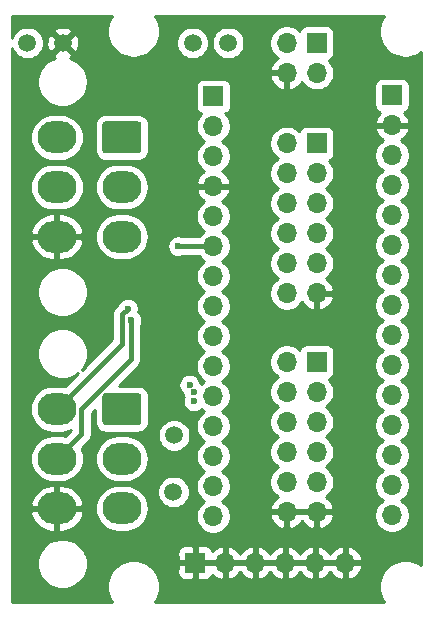
<source format=gbr>
G04 #@! TF.GenerationSoftware,KiCad,Pcbnew,(5.1.9)-1*
G04 #@! TF.CreationDate,2021-11-06T09:49:11-06:00*
G04 #@! TF.ProjectId,ABSIS_Nano,41425349-535f-44e6-916e-6f2e6b696361,1*
G04 #@! TF.SameCoordinates,Original*
G04 #@! TF.FileFunction,Copper,L4,Bot*
G04 #@! TF.FilePolarity,Positive*
%FSLAX46Y46*%
G04 Gerber Fmt 4.6, Leading zero omitted, Abs format (unit mm)*
G04 Created by KiCad (PCBNEW (5.1.9)-1) date 2021-11-06 09:49:11*
%MOMM*%
%LPD*%
G01*
G04 APERTURE LIST*
G04 #@! TA.AperFunction,ComponentPad*
%ADD10C,1.500000*%
G04 #@! TD*
G04 #@! TA.AperFunction,ComponentPad*
%ADD11R,1.700000X1.700000*%
G04 #@! TD*
G04 #@! TA.AperFunction,ComponentPad*
%ADD12O,1.700000X1.700000*%
G04 #@! TD*
G04 #@! TA.AperFunction,ComponentPad*
%ADD13O,3.300000X2.700000*%
G04 #@! TD*
G04 #@! TA.AperFunction,ViaPad*
%ADD14C,0.600000*%
G04 #@! TD*
G04 #@! TA.AperFunction,Conductor*
%ADD15C,0.457200*%
G04 #@! TD*
G04 #@! TA.AperFunction,Conductor*
%ADD16C,0.254000*%
G04 #@! TD*
G04 #@! TA.AperFunction,Conductor*
%ADD17C,0.100000*%
G04 #@! TD*
G04 APERTURE END LIST*
D10*
X136182100Y-104825800D03*
X136232900Y-100025200D03*
X126810000Y-66810000D03*
X137810000Y-66810000D03*
X123810000Y-66810000D03*
X140810000Y-66810000D03*
D11*
X148310000Y-66810000D03*
D12*
X145770000Y-66810000D03*
X148310000Y-69350000D03*
X145770000Y-69350000D03*
D13*
X126310000Y-106210000D03*
X126310000Y-102010000D03*
X126310000Y-97810000D03*
X131810000Y-106210000D03*
X131810000Y-102010000D03*
G04 #@! TA.AperFunction,ComponentPad*
G36*
G01*
X130410001Y-96460000D02*
X133209999Y-96460000D01*
G75*
G02*
X133460000Y-96710001I0J-250001D01*
G01*
X133460000Y-98909999D01*
G75*
G02*
X133209999Y-99160000I-250001J0D01*
G01*
X130410001Y-99160000D01*
G75*
G02*
X130160000Y-98909999I0J250001D01*
G01*
X130160000Y-96710001D01*
G75*
G02*
X130410001Y-96460000I250001J0D01*
G01*
G37*
G04 #@! TD.AperFunction*
X126310000Y-83210000D03*
X126310000Y-79010000D03*
X126310000Y-74810000D03*
X131810000Y-83210000D03*
X131810000Y-79010000D03*
G04 #@! TA.AperFunction,ComponentPad*
G36*
G01*
X130410001Y-73460000D02*
X133209999Y-73460000D01*
G75*
G02*
X133460000Y-73710001I0J-250001D01*
G01*
X133460000Y-75909999D01*
G75*
G02*
X133209999Y-76160000I-250001J0D01*
G01*
X130410001Y-76160000D01*
G75*
G02*
X130160000Y-75909999I0J250001D01*
G01*
X130160000Y-73710001D01*
G75*
G02*
X130410001Y-73460000I250001J0D01*
G01*
G37*
G04 #@! TD.AperFunction*
D12*
X150710000Y-110810000D03*
X148170000Y-110810000D03*
X145630000Y-110810000D03*
X143090000Y-110810000D03*
X140550000Y-110810000D03*
D11*
X138010000Y-110810000D03*
D12*
X145770000Y-106510000D03*
X148310000Y-106510000D03*
X145770000Y-103970000D03*
X148310000Y-103970000D03*
X145770000Y-101430000D03*
X148310000Y-101430000D03*
X145770000Y-98890000D03*
X148310000Y-98890000D03*
X145770000Y-96350000D03*
X148310000Y-96350000D03*
X145770000Y-93810000D03*
D11*
X148310000Y-93810000D03*
D12*
X145770000Y-88010000D03*
X148310000Y-88010000D03*
X145770000Y-85470000D03*
X148310000Y-85470000D03*
X145770000Y-82930000D03*
X148310000Y-82930000D03*
X145770000Y-80390000D03*
X148310000Y-80390000D03*
X145770000Y-77850000D03*
X148310000Y-77850000D03*
X145770000Y-75310000D03*
D11*
X148310000Y-75310000D03*
D12*
X139547600Y-106883200D03*
X139547600Y-104343200D03*
X139547600Y-101803200D03*
X139547600Y-99263200D03*
X139547600Y-96723200D03*
X139547600Y-94183200D03*
X139547600Y-91643200D03*
X139547600Y-89103200D03*
X139547600Y-86563200D03*
X139547600Y-84023200D03*
X139547600Y-81483200D03*
X139547600Y-78943200D03*
X139547600Y-76403200D03*
X139547600Y-73863200D03*
D11*
X139547600Y-71323200D03*
D12*
X154686000Y-106807000D03*
X154686000Y-104267000D03*
X154686000Y-101727000D03*
X154686000Y-99187000D03*
X154686000Y-96647000D03*
X154686000Y-94107000D03*
X154686000Y-91567000D03*
X154686000Y-89027000D03*
X154686000Y-86487000D03*
X154686000Y-83947000D03*
X154686000Y-81407000D03*
X154686000Y-78867000D03*
X154686000Y-76327000D03*
X154686000Y-73787000D03*
D11*
X154686000Y-71247000D03*
D14*
X137541000Y-93853000D03*
X136580510Y-84023200D03*
X137541000Y-95758000D03*
X137896000Y-97154000D03*
X137896000Y-96392000D03*
X132310000Y-89310000D03*
X132581390Y-90310000D03*
D15*
X139547600Y-84023200D02*
X136580510Y-84023200D01*
X132310000Y-89310000D02*
X131852788Y-89767212D01*
X131852788Y-92267212D02*
X126310000Y-97810000D01*
X131852788Y-89767212D02*
X131852788Y-92267212D01*
X128388610Y-97771690D02*
X132581390Y-93578910D01*
X126310000Y-102010000D02*
X128388610Y-99931390D01*
X132581390Y-93578910D02*
X132581390Y-90310000D01*
X128388610Y-99931390D02*
X128388610Y-97771690D01*
D16*
X130829369Y-64751331D02*
X130660890Y-65158075D01*
X130575000Y-65589872D01*
X130575000Y-66030128D01*
X130660890Y-66461925D01*
X130829369Y-66868669D01*
X131073962Y-67234729D01*
X131385271Y-67546038D01*
X131751331Y-67790631D01*
X132158075Y-67959110D01*
X132589872Y-68045000D01*
X133030128Y-68045000D01*
X133461925Y-67959110D01*
X133868669Y-67790631D01*
X134234729Y-67546038D01*
X134546038Y-67234729D01*
X134790631Y-66868669D01*
X134871435Y-66673589D01*
X136425000Y-66673589D01*
X136425000Y-66946411D01*
X136478225Y-67213989D01*
X136582629Y-67466043D01*
X136734201Y-67692886D01*
X136927114Y-67885799D01*
X137153957Y-68037371D01*
X137406011Y-68141775D01*
X137673589Y-68195000D01*
X137946411Y-68195000D01*
X138213989Y-68141775D01*
X138466043Y-68037371D01*
X138692886Y-67885799D01*
X138885799Y-67692886D01*
X139037371Y-67466043D01*
X139141775Y-67213989D01*
X139195000Y-66946411D01*
X139195000Y-66673589D01*
X139425000Y-66673589D01*
X139425000Y-66946411D01*
X139478225Y-67213989D01*
X139582629Y-67466043D01*
X139734201Y-67692886D01*
X139927114Y-67885799D01*
X140153957Y-68037371D01*
X140406011Y-68141775D01*
X140673589Y-68195000D01*
X140946411Y-68195000D01*
X141213989Y-68141775D01*
X141466043Y-68037371D01*
X141692886Y-67885799D01*
X141885799Y-67692886D01*
X142037371Y-67466043D01*
X142141775Y-67213989D01*
X142195000Y-66946411D01*
X142195000Y-66673589D01*
X142193041Y-66663740D01*
X144285000Y-66663740D01*
X144285000Y-66956260D01*
X144342068Y-67243158D01*
X144454010Y-67513411D01*
X144616525Y-67756632D01*
X144823368Y-67963475D01*
X145005534Y-68085195D01*
X144888645Y-68154822D01*
X144672412Y-68349731D01*
X144498359Y-68583080D01*
X144373175Y-68845901D01*
X144328524Y-68993110D01*
X144449845Y-69223000D01*
X145643000Y-69223000D01*
X145643000Y-69203000D01*
X145897000Y-69203000D01*
X145897000Y-69223000D01*
X145917000Y-69223000D01*
X145917000Y-69477000D01*
X145897000Y-69477000D01*
X145897000Y-70670814D01*
X146126891Y-70791481D01*
X146401252Y-70694157D01*
X146651355Y-70545178D01*
X146867588Y-70350269D01*
X147038900Y-70120594D01*
X147156525Y-70296632D01*
X147363368Y-70503475D01*
X147606589Y-70665990D01*
X147876842Y-70777932D01*
X148163740Y-70835000D01*
X148456260Y-70835000D01*
X148743158Y-70777932D01*
X149013411Y-70665990D01*
X149256632Y-70503475D01*
X149363107Y-70397000D01*
X153197928Y-70397000D01*
X153197928Y-72097000D01*
X153210188Y-72221482D01*
X153246498Y-72341180D01*
X153305463Y-72451494D01*
X153384815Y-72548185D01*
X153481506Y-72627537D01*
X153591820Y-72686502D01*
X153672466Y-72710966D01*
X153588412Y-72786731D01*
X153414359Y-73020080D01*
X153289175Y-73282901D01*
X153244524Y-73430110D01*
X153365845Y-73660000D01*
X154559000Y-73660000D01*
X154559000Y-73640000D01*
X154813000Y-73640000D01*
X154813000Y-73660000D01*
X156006155Y-73660000D01*
X156127476Y-73430110D01*
X156082825Y-73282901D01*
X155957641Y-73020080D01*
X155783588Y-72786731D01*
X155699534Y-72710966D01*
X155780180Y-72686502D01*
X155890494Y-72627537D01*
X155987185Y-72548185D01*
X156066537Y-72451494D01*
X156125502Y-72341180D01*
X156161812Y-72221482D01*
X156174072Y-72097000D01*
X156174072Y-70397000D01*
X156161812Y-70272518D01*
X156125502Y-70152820D01*
X156066537Y-70042506D01*
X155987185Y-69945815D01*
X155890494Y-69866463D01*
X155780180Y-69807498D01*
X155660482Y-69771188D01*
X155536000Y-69758928D01*
X153836000Y-69758928D01*
X153711518Y-69771188D01*
X153591820Y-69807498D01*
X153481506Y-69866463D01*
X153384815Y-69945815D01*
X153305463Y-70042506D01*
X153246498Y-70152820D01*
X153210188Y-70272518D01*
X153197928Y-70397000D01*
X149363107Y-70397000D01*
X149463475Y-70296632D01*
X149625990Y-70053411D01*
X149737932Y-69783158D01*
X149795000Y-69496260D01*
X149795000Y-69203740D01*
X149737932Y-68916842D01*
X149625990Y-68646589D01*
X149463475Y-68403368D01*
X149331620Y-68271513D01*
X149404180Y-68249502D01*
X149514494Y-68190537D01*
X149611185Y-68111185D01*
X149690537Y-68014494D01*
X149749502Y-67904180D01*
X149785812Y-67784482D01*
X149798072Y-67660000D01*
X149798072Y-65960000D01*
X149785812Y-65835518D01*
X149749502Y-65715820D01*
X149690537Y-65605506D01*
X149611185Y-65508815D01*
X149514494Y-65429463D01*
X149404180Y-65370498D01*
X149284482Y-65334188D01*
X149160000Y-65321928D01*
X147460000Y-65321928D01*
X147335518Y-65334188D01*
X147215820Y-65370498D01*
X147105506Y-65429463D01*
X147008815Y-65508815D01*
X146929463Y-65605506D01*
X146870498Y-65715820D01*
X146848487Y-65788380D01*
X146716632Y-65656525D01*
X146473411Y-65494010D01*
X146203158Y-65382068D01*
X145916260Y-65325000D01*
X145623740Y-65325000D01*
X145336842Y-65382068D01*
X145066589Y-65494010D01*
X144823368Y-65656525D01*
X144616525Y-65863368D01*
X144454010Y-66106589D01*
X144342068Y-66376842D01*
X144285000Y-66663740D01*
X142193041Y-66663740D01*
X142141775Y-66406011D01*
X142037371Y-66153957D01*
X141885799Y-65927114D01*
X141692886Y-65734201D01*
X141466043Y-65582629D01*
X141213989Y-65478225D01*
X140946411Y-65425000D01*
X140673589Y-65425000D01*
X140406011Y-65478225D01*
X140153957Y-65582629D01*
X139927114Y-65734201D01*
X139734201Y-65927114D01*
X139582629Y-66153957D01*
X139478225Y-66406011D01*
X139425000Y-66673589D01*
X139195000Y-66673589D01*
X139141775Y-66406011D01*
X139037371Y-66153957D01*
X138885799Y-65927114D01*
X138692886Y-65734201D01*
X138466043Y-65582629D01*
X138213989Y-65478225D01*
X137946411Y-65425000D01*
X137673589Y-65425000D01*
X137406011Y-65478225D01*
X137153957Y-65582629D01*
X136927114Y-65734201D01*
X136734201Y-65927114D01*
X136582629Y-66153957D01*
X136478225Y-66406011D01*
X136425000Y-66673589D01*
X134871435Y-66673589D01*
X134959110Y-66461925D01*
X135045000Y-66030128D01*
X135045000Y-65589872D01*
X134959110Y-65158075D01*
X134790631Y-64751331D01*
X134619356Y-64495000D01*
X154000644Y-64495000D01*
X153829369Y-64751331D01*
X153660890Y-65158075D01*
X153575000Y-65589872D01*
X153575000Y-66030128D01*
X153660890Y-66461925D01*
X153829369Y-66868669D01*
X154073962Y-67234729D01*
X154385271Y-67546038D01*
X154751331Y-67790631D01*
X155158075Y-67959110D01*
X155589872Y-68045000D01*
X156030128Y-68045000D01*
X156461925Y-67959110D01*
X156868669Y-67790631D01*
X157125001Y-67619356D01*
X157125000Y-111000644D01*
X156868669Y-110829369D01*
X156461925Y-110660890D01*
X156030128Y-110575000D01*
X155589872Y-110575000D01*
X155158075Y-110660890D01*
X154751331Y-110829369D01*
X154385271Y-111073962D01*
X154073962Y-111385271D01*
X153829369Y-111751331D01*
X153660890Y-112158075D01*
X153575000Y-112589872D01*
X153575000Y-113030128D01*
X153660890Y-113461925D01*
X153829369Y-113868669D01*
X154000644Y-114125000D01*
X134619356Y-114125000D01*
X134790631Y-113868669D01*
X134959110Y-113461925D01*
X135045000Y-113030128D01*
X135045000Y-112589872D01*
X134959110Y-112158075D01*
X134790631Y-111751331D01*
X134729606Y-111660000D01*
X136521928Y-111660000D01*
X136534188Y-111784482D01*
X136570498Y-111904180D01*
X136629463Y-112014494D01*
X136708815Y-112111185D01*
X136805506Y-112190537D01*
X136915820Y-112249502D01*
X137035518Y-112285812D01*
X137160000Y-112298072D01*
X137724250Y-112295000D01*
X137883000Y-112136250D01*
X137883000Y-110937000D01*
X138137000Y-110937000D01*
X138137000Y-112136250D01*
X138295750Y-112295000D01*
X138860000Y-112298072D01*
X138984482Y-112285812D01*
X139104180Y-112249502D01*
X139214494Y-112190537D01*
X139311185Y-112111185D01*
X139390537Y-112014494D01*
X139449502Y-111904180D01*
X139473966Y-111823534D01*
X139549731Y-111907588D01*
X139783080Y-112081641D01*
X140045901Y-112206825D01*
X140193110Y-112251476D01*
X140423000Y-112130155D01*
X140423000Y-110937000D01*
X140677000Y-110937000D01*
X140677000Y-112130155D01*
X140906890Y-112251476D01*
X141054099Y-112206825D01*
X141316920Y-112081641D01*
X141550269Y-111907588D01*
X141745178Y-111691355D01*
X141820000Y-111565745D01*
X141894822Y-111691355D01*
X142089731Y-111907588D01*
X142323080Y-112081641D01*
X142585901Y-112206825D01*
X142733110Y-112251476D01*
X142963000Y-112130155D01*
X142963000Y-110937000D01*
X143217000Y-110937000D01*
X143217000Y-112130155D01*
X143446890Y-112251476D01*
X143594099Y-112206825D01*
X143856920Y-112081641D01*
X144090269Y-111907588D01*
X144285178Y-111691355D01*
X144360000Y-111565745D01*
X144434822Y-111691355D01*
X144629731Y-111907588D01*
X144863080Y-112081641D01*
X145125901Y-112206825D01*
X145273110Y-112251476D01*
X145503000Y-112130155D01*
X145503000Y-110937000D01*
X145757000Y-110937000D01*
X145757000Y-112130155D01*
X145986890Y-112251476D01*
X146134099Y-112206825D01*
X146396920Y-112081641D01*
X146630269Y-111907588D01*
X146825178Y-111691355D01*
X146900000Y-111565745D01*
X146974822Y-111691355D01*
X147169731Y-111907588D01*
X147403080Y-112081641D01*
X147665901Y-112206825D01*
X147813110Y-112251476D01*
X148043000Y-112130155D01*
X148043000Y-110937000D01*
X148297000Y-110937000D01*
X148297000Y-112130155D01*
X148526890Y-112251476D01*
X148674099Y-112206825D01*
X148936920Y-112081641D01*
X149170269Y-111907588D01*
X149365178Y-111691355D01*
X149440000Y-111565745D01*
X149514822Y-111691355D01*
X149709731Y-111907588D01*
X149943080Y-112081641D01*
X150205901Y-112206825D01*
X150353110Y-112251476D01*
X150583000Y-112130155D01*
X150583000Y-110937000D01*
X150837000Y-110937000D01*
X150837000Y-112130155D01*
X151066890Y-112251476D01*
X151214099Y-112206825D01*
X151476920Y-112081641D01*
X151710269Y-111907588D01*
X151905178Y-111691355D01*
X152054157Y-111441252D01*
X152151481Y-111166891D01*
X152030814Y-110937000D01*
X150837000Y-110937000D01*
X150583000Y-110937000D01*
X148297000Y-110937000D01*
X148043000Y-110937000D01*
X145757000Y-110937000D01*
X145503000Y-110937000D01*
X143217000Y-110937000D01*
X142963000Y-110937000D01*
X140677000Y-110937000D01*
X140423000Y-110937000D01*
X138137000Y-110937000D01*
X137883000Y-110937000D01*
X136683750Y-110937000D01*
X136525000Y-111095750D01*
X136521928Y-111660000D01*
X134729606Y-111660000D01*
X134546038Y-111385271D01*
X134234729Y-111073962D01*
X133868669Y-110829369D01*
X133461925Y-110660890D01*
X133030128Y-110575000D01*
X132589872Y-110575000D01*
X132158075Y-110660890D01*
X131751331Y-110829369D01*
X131385271Y-111073962D01*
X131073962Y-111385271D01*
X130829369Y-111751331D01*
X130660890Y-112158075D01*
X130575000Y-112589872D01*
X130575000Y-113030128D01*
X130660890Y-113461925D01*
X130829369Y-113868669D01*
X131000644Y-114125000D01*
X122495000Y-114125000D01*
X122495000Y-110699721D01*
X124635000Y-110699721D01*
X124635000Y-111120279D01*
X124717047Y-111532756D01*
X124877988Y-111921302D01*
X125111637Y-112270983D01*
X125409017Y-112568363D01*
X125758698Y-112802012D01*
X126147244Y-112962953D01*
X126559721Y-113045000D01*
X126980279Y-113045000D01*
X127392756Y-112962953D01*
X127781302Y-112802012D01*
X128130983Y-112568363D01*
X128428363Y-112270983D01*
X128662012Y-111921302D01*
X128822953Y-111532756D01*
X128905000Y-111120279D01*
X128905000Y-110699721D01*
X128822953Y-110287244D01*
X128687405Y-109960000D01*
X136521928Y-109960000D01*
X136525000Y-110524250D01*
X136683750Y-110683000D01*
X137883000Y-110683000D01*
X137883000Y-109483750D01*
X138137000Y-109483750D01*
X138137000Y-110683000D01*
X140423000Y-110683000D01*
X140423000Y-109489845D01*
X140677000Y-109489845D01*
X140677000Y-110683000D01*
X142963000Y-110683000D01*
X142963000Y-109489845D01*
X143217000Y-109489845D01*
X143217000Y-110683000D01*
X145503000Y-110683000D01*
X145503000Y-109489845D01*
X145757000Y-109489845D01*
X145757000Y-110683000D01*
X148043000Y-110683000D01*
X148043000Y-109489845D01*
X148297000Y-109489845D01*
X148297000Y-110683000D01*
X150583000Y-110683000D01*
X150583000Y-109489845D01*
X150837000Y-109489845D01*
X150837000Y-110683000D01*
X152030814Y-110683000D01*
X152151481Y-110453109D01*
X152054157Y-110178748D01*
X151905178Y-109928645D01*
X151710269Y-109712412D01*
X151476920Y-109538359D01*
X151214099Y-109413175D01*
X151066890Y-109368524D01*
X150837000Y-109489845D01*
X150583000Y-109489845D01*
X150353110Y-109368524D01*
X150205901Y-109413175D01*
X149943080Y-109538359D01*
X149709731Y-109712412D01*
X149514822Y-109928645D01*
X149440000Y-110054255D01*
X149365178Y-109928645D01*
X149170269Y-109712412D01*
X148936920Y-109538359D01*
X148674099Y-109413175D01*
X148526890Y-109368524D01*
X148297000Y-109489845D01*
X148043000Y-109489845D01*
X147813110Y-109368524D01*
X147665901Y-109413175D01*
X147403080Y-109538359D01*
X147169731Y-109712412D01*
X146974822Y-109928645D01*
X146900000Y-110054255D01*
X146825178Y-109928645D01*
X146630269Y-109712412D01*
X146396920Y-109538359D01*
X146134099Y-109413175D01*
X145986890Y-109368524D01*
X145757000Y-109489845D01*
X145503000Y-109489845D01*
X145273110Y-109368524D01*
X145125901Y-109413175D01*
X144863080Y-109538359D01*
X144629731Y-109712412D01*
X144434822Y-109928645D01*
X144360000Y-110054255D01*
X144285178Y-109928645D01*
X144090269Y-109712412D01*
X143856920Y-109538359D01*
X143594099Y-109413175D01*
X143446890Y-109368524D01*
X143217000Y-109489845D01*
X142963000Y-109489845D01*
X142733110Y-109368524D01*
X142585901Y-109413175D01*
X142323080Y-109538359D01*
X142089731Y-109712412D01*
X141894822Y-109928645D01*
X141820000Y-110054255D01*
X141745178Y-109928645D01*
X141550269Y-109712412D01*
X141316920Y-109538359D01*
X141054099Y-109413175D01*
X140906890Y-109368524D01*
X140677000Y-109489845D01*
X140423000Y-109489845D01*
X140193110Y-109368524D01*
X140045901Y-109413175D01*
X139783080Y-109538359D01*
X139549731Y-109712412D01*
X139473966Y-109796466D01*
X139449502Y-109715820D01*
X139390537Y-109605506D01*
X139311185Y-109508815D01*
X139214494Y-109429463D01*
X139104180Y-109370498D01*
X138984482Y-109334188D01*
X138860000Y-109321928D01*
X138295750Y-109325000D01*
X138137000Y-109483750D01*
X137883000Y-109483750D01*
X137724250Y-109325000D01*
X137160000Y-109321928D01*
X137035518Y-109334188D01*
X136915820Y-109370498D01*
X136805506Y-109429463D01*
X136708815Y-109508815D01*
X136629463Y-109605506D01*
X136570498Y-109715820D01*
X136534188Y-109835518D01*
X136521928Y-109960000D01*
X128687405Y-109960000D01*
X128662012Y-109898698D01*
X128428363Y-109549017D01*
X128130983Y-109251637D01*
X127781302Y-109017988D01*
X127392756Y-108857047D01*
X126980279Y-108775000D01*
X126559721Y-108775000D01*
X126147244Y-108857047D01*
X125758698Y-109017988D01*
X125409017Y-109251637D01*
X125111637Y-109549017D01*
X124877988Y-109898698D01*
X124717047Y-110287244D01*
X124635000Y-110699721D01*
X122495000Y-110699721D01*
X122495000Y-106645323D01*
X124073323Y-106645323D01*
X124127499Y-106852295D01*
X124288976Y-107207211D01*
X124516591Y-107523805D01*
X124801597Y-107789910D01*
X125133041Y-107995300D01*
X125498186Y-108132082D01*
X125883000Y-108195000D01*
X126183000Y-108195000D01*
X126183000Y-106337000D01*
X126437000Y-106337000D01*
X126437000Y-108195000D01*
X126737000Y-108195000D01*
X127121814Y-108132082D01*
X127486959Y-107995300D01*
X127818403Y-107789910D01*
X128103409Y-107523805D01*
X128331024Y-107207211D01*
X128492501Y-106852295D01*
X128546677Y-106645323D01*
X128431829Y-106337000D01*
X126437000Y-106337000D01*
X126183000Y-106337000D01*
X124188171Y-106337000D01*
X124073323Y-106645323D01*
X122495000Y-106645323D01*
X122495000Y-106210000D01*
X129515396Y-106210000D01*
X129553722Y-106599128D01*
X129667226Y-106973302D01*
X129851547Y-107318143D01*
X130099602Y-107620398D01*
X130401857Y-107868453D01*
X130746698Y-108052774D01*
X131120872Y-108166278D01*
X131412490Y-108195000D01*
X132207510Y-108195000D01*
X132499128Y-108166278D01*
X132873302Y-108052774D01*
X133218143Y-107868453D01*
X133520398Y-107620398D01*
X133768453Y-107318143D01*
X133952774Y-106973302D01*
X134066278Y-106599128D01*
X134104604Y-106210000D01*
X134066278Y-105820872D01*
X133952774Y-105446698D01*
X133768453Y-105101857D01*
X133520398Y-104799602D01*
X133386104Y-104689389D01*
X134797100Y-104689389D01*
X134797100Y-104962211D01*
X134850325Y-105229789D01*
X134954729Y-105481843D01*
X135106301Y-105708686D01*
X135299214Y-105901599D01*
X135526057Y-106053171D01*
X135778111Y-106157575D01*
X136045689Y-106210800D01*
X136318511Y-106210800D01*
X136586089Y-106157575D01*
X136838143Y-106053171D01*
X137064986Y-105901599D01*
X137257899Y-105708686D01*
X137409471Y-105481843D01*
X137513875Y-105229789D01*
X137567100Y-104962211D01*
X137567100Y-104689389D01*
X137513875Y-104421811D01*
X137409471Y-104169757D01*
X137257899Y-103942914D01*
X137064986Y-103750001D01*
X136838143Y-103598429D01*
X136586089Y-103494025D01*
X136318511Y-103440800D01*
X136045689Y-103440800D01*
X135778111Y-103494025D01*
X135526057Y-103598429D01*
X135299214Y-103750001D01*
X135106301Y-103942914D01*
X134954729Y-104169757D01*
X134850325Y-104421811D01*
X134797100Y-104689389D01*
X133386104Y-104689389D01*
X133218143Y-104551547D01*
X132873302Y-104367226D01*
X132499128Y-104253722D01*
X132207510Y-104225000D01*
X131412490Y-104225000D01*
X131120872Y-104253722D01*
X130746698Y-104367226D01*
X130401857Y-104551547D01*
X130099602Y-104799602D01*
X129851547Y-105101857D01*
X129667226Y-105446698D01*
X129553722Y-105820872D01*
X129515396Y-106210000D01*
X122495000Y-106210000D01*
X122495000Y-105774677D01*
X124073323Y-105774677D01*
X124188171Y-106083000D01*
X126183000Y-106083000D01*
X126183000Y-104225000D01*
X126437000Y-104225000D01*
X126437000Y-106083000D01*
X128431829Y-106083000D01*
X128546677Y-105774677D01*
X128492501Y-105567705D01*
X128331024Y-105212789D01*
X128103409Y-104896195D01*
X127818403Y-104630090D01*
X127486959Y-104424700D01*
X127121814Y-104287918D01*
X126737000Y-104225000D01*
X126437000Y-104225000D01*
X126183000Y-104225000D01*
X125883000Y-104225000D01*
X125498186Y-104287918D01*
X125133041Y-104424700D01*
X124801597Y-104630090D01*
X124516591Y-104896195D01*
X124288976Y-105212789D01*
X124127499Y-105567705D01*
X124073323Y-105774677D01*
X122495000Y-105774677D01*
X122495000Y-97810000D01*
X124015396Y-97810000D01*
X124053722Y-98199128D01*
X124167226Y-98573302D01*
X124351547Y-98918143D01*
X124599602Y-99220398D01*
X124901857Y-99468453D01*
X125246698Y-99652774D01*
X125620872Y-99766278D01*
X125912490Y-99795000D01*
X126707510Y-99795000D01*
X126999128Y-99766278D01*
X127373302Y-99652774D01*
X127525010Y-99571684D01*
X127525010Y-99573675D01*
X127034296Y-100064390D01*
X126999128Y-100053722D01*
X126707510Y-100025000D01*
X125912490Y-100025000D01*
X125620872Y-100053722D01*
X125246698Y-100167226D01*
X124901857Y-100351547D01*
X124599602Y-100599602D01*
X124351547Y-100901857D01*
X124167226Y-101246698D01*
X124053722Y-101620872D01*
X124015396Y-102010000D01*
X124053722Y-102399128D01*
X124167226Y-102773302D01*
X124351547Y-103118143D01*
X124599602Y-103420398D01*
X124901857Y-103668453D01*
X125246698Y-103852774D01*
X125620872Y-103966278D01*
X125912490Y-103995000D01*
X126707510Y-103995000D01*
X126999128Y-103966278D01*
X127373302Y-103852774D01*
X127718143Y-103668453D01*
X128020398Y-103420398D01*
X128268453Y-103118143D01*
X128452774Y-102773302D01*
X128566278Y-102399128D01*
X128604604Y-102010000D01*
X129515396Y-102010000D01*
X129553722Y-102399128D01*
X129667226Y-102773302D01*
X129851547Y-103118143D01*
X130099602Y-103420398D01*
X130401857Y-103668453D01*
X130746698Y-103852774D01*
X131120872Y-103966278D01*
X131412490Y-103995000D01*
X132207510Y-103995000D01*
X132499128Y-103966278D01*
X132873302Y-103852774D01*
X133218143Y-103668453D01*
X133520398Y-103420398D01*
X133768453Y-103118143D01*
X133952774Y-102773302D01*
X134066278Y-102399128D01*
X134104604Y-102010000D01*
X134066278Y-101620872D01*
X133952774Y-101246698D01*
X133768453Y-100901857D01*
X133520398Y-100599602D01*
X133218143Y-100351547D01*
X132873302Y-100167226D01*
X132499128Y-100053722D01*
X132207510Y-100025000D01*
X131412490Y-100025000D01*
X131120872Y-100053722D01*
X130746698Y-100167226D01*
X130401857Y-100351547D01*
X130099602Y-100599602D01*
X129851547Y-100901857D01*
X129667226Y-101246698D01*
X129553722Y-101620872D01*
X129515396Y-102010000D01*
X128604604Y-102010000D01*
X128566278Y-101620872D01*
X128452774Y-101246698D01*
X128397684Y-101143631D01*
X128969271Y-100572044D01*
X129002222Y-100545002D01*
X129110141Y-100413502D01*
X129190332Y-100263474D01*
X129239714Y-100100685D01*
X129252210Y-99973810D01*
X129252210Y-99973809D01*
X129256388Y-99931391D01*
X129252210Y-99888973D01*
X129252210Y-99888789D01*
X134847900Y-99888789D01*
X134847900Y-100161611D01*
X134901125Y-100429189D01*
X135005529Y-100681243D01*
X135157101Y-100908086D01*
X135350014Y-101100999D01*
X135576857Y-101252571D01*
X135828911Y-101356975D01*
X136096489Y-101410200D01*
X136369311Y-101410200D01*
X136636889Y-101356975D01*
X136888943Y-101252571D01*
X137115786Y-101100999D01*
X137308699Y-100908086D01*
X137460271Y-100681243D01*
X137564675Y-100429189D01*
X137617900Y-100161611D01*
X137617900Y-99888789D01*
X137564675Y-99621211D01*
X137460271Y-99369157D01*
X137308699Y-99142314D01*
X137115786Y-98949401D01*
X136888943Y-98797829D01*
X136636889Y-98693425D01*
X136369311Y-98640200D01*
X136096489Y-98640200D01*
X135828911Y-98693425D01*
X135576857Y-98797829D01*
X135350014Y-98949401D01*
X135157101Y-99142314D01*
X135005529Y-99369157D01*
X134901125Y-99621211D01*
X134847900Y-99888789D01*
X129252210Y-99888789D01*
X129252210Y-98129403D01*
X129521928Y-97859685D01*
X129521928Y-98909999D01*
X129538992Y-99083253D01*
X129589529Y-99249850D01*
X129671595Y-99403386D01*
X129782039Y-99537961D01*
X129916614Y-99648405D01*
X130070150Y-99730471D01*
X130236747Y-99781008D01*
X130410001Y-99798072D01*
X133209999Y-99798072D01*
X133383253Y-99781008D01*
X133549850Y-99730471D01*
X133703386Y-99648405D01*
X133837961Y-99537961D01*
X133948405Y-99403386D01*
X134030471Y-99249850D01*
X134081008Y-99083253D01*
X134098072Y-98909999D01*
X134098072Y-96710001D01*
X134081008Y-96536747D01*
X134030471Y-96370150D01*
X133948405Y-96216614D01*
X133837961Y-96082039D01*
X133703386Y-95971595D01*
X133549850Y-95889529D01*
X133383253Y-95838992D01*
X133209999Y-95821928D01*
X131559686Y-95821928D01*
X133162051Y-94219564D01*
X133195002Y-94192522D01*
X133302921Y-94061022D01*
X133383112Y-93910994D01*
X133432494Y-93748205D01*
X133444990Y-93621330D01*
X133444990Y-93621329D01*
X133449168Y-93578911D01*
X133444990Y-93536493D01*
X133444990Y-90668357D01*
X133480458Y-90582729D01*
X133516390Y-90402089D01*
X133516390Y-90217911D01*
X133480458Y-90037271D01*
X133409976Y-89867111D01*
X133307652Y-89713972D01*
X133199502Y-89605822D01*
X133209068Y-89582729D01*
X133245000Y-89402089D01*
X133245000Y-89217911D01*
X133209068Y-89037271D01*
X133138586Y-88867111D01*
X133036262Y-88713972D01*
X132906028Y-88583738D01*
X132752889Y-88481414D01*
X132582729Y-88410932D01*
X132402089Y-88375000D01*
X132217911Y-88375000D01*
X132037271Y-88410932D01*
X131867111Y-88481414D01*
X131713972Y-88583738D01*
X131583738Y-88713972D01*
X131481414Y-88867111D01*
X131445945Y-88952742D01*
X131272138Y-89126549D01*
X131239176Y-89153600D01*
X131131257Y-89285101D01*
X131051066Y-89435129D01*
X131004550Y-89588469D01*
X131001684Y-89597918D01*
X130985010Y-89767212D01*
X130989188Y-89809632D01*
X130989189Y-91909497D01*
X128429691Y-94468996D01*
X128662012Y-94121302D01*
X128822953Y-93732756D01*
X128905000Y-93320279D01*
X128905000Y-92899721D01*
X128822953Y-92487244D01*
X128662012Y-92098698D01*
X128428363Y-91749017D01*
X128130983Y-91451637D01*
X127781302Y-91217988D01*
X127392756Y-91057047D01*
X126980279Y-90975000D01*
X126559721Y-90975000D01*
X126147244Y-91057047D01*
X125758698Y-91217988D01*
X125409017Y-91451637D01*
X125111637Y-91749017D01*
X124877988Y-92098698D01*
X124717047Y-92487244D01*
X124635000Y-92899721D01*
X124635000Y-93320279D01*
X124717047Y-93732756D01*
X124877988Y-94121302D01*
X125111637Y-94470983D01*
X125409017Y-94768363D01*
X125758698Y-95002012D01*
X126147244Y-95162953D01*
X126559721Y-95245000D01*
X126980279Y-95245000D01*
X127392756Y-95162953D01*
X127781302Y-95002012D01*
X128128996Y-94769691D01*
X127034297Y-95864390D01*
X126999128Y-95853722D01*
X126707510Y-95825000D01*
X125912490Y-95825000D01*
X125620872Y-95853722D01*
X125246698Y-95967226D01*
X124901857Y-96151547D01*
X124599602Y-96399602D01*
X124351547Y-96701857D01*
X124167226Y-97046698D01*
X124053722Y-97420872D01*
X124015396Y-97810000D01*
X122495000Y-97810000D01*
X122495000Y-87699721D01*
X124635000Y-87699721D01*
X124635000Y-88120279D01*
X124717047Y-88532756D01*
X124877988Y-88921302D01*
X125111637Y-89270983D01*
X125409017Y-89568363D01*
X125758698Y-89802012D01*
X126147244Y-89962953D01*
X126559721Y-90045000D01*
X126980279Y-90045000D01*
X127392756Y-89962953D01*
X127781302Y-89802012D01*
X128130983Y-89568363D01*
X128428363Y-89270983D01*
X128662012Y-88921302D01*
X128822953Y-88532756D01*
X128905000Y-88120279D01*
X128905000Y-87699721D01*
X128822953Y-87287244D01*
X128662012Y-86898698D01*
X128428363Y-86549017D01*
X128130983Y-86251637D01*
X127781302Y-86017988D01*
X127392756Y-85857047D01*
X126980279Y-85775000D01*
X126559721Y-85775000D01*
X126147244Y-85857047D01*
X125758698Y-86017988D01*
X125409017Y-86251637D01*
X125111637Y-86549017D01*
X124877988Y-86898698D01*
X124717047Y-87287244D01*
X124635000Y-87699721D01*
X122495000Y-87699721D01*
X122495000Y-83645323D01*
X124073323Y-83645323D01*
X124127499Y-83852295D01*
X124288976Y-84207211D01*
X124516591Y-84523805D01*
X124801597Y-84789910D01*
X125133041Y-84995300D01*
X125498186Y-85132082D01*
X125883000Y-85195000D01*
X126183000Y-85195000D01*
X126183000Y-83337000D01*
X126437000Y-83337000D01*
X126437000Y-85195000D01*
X126737000Y-85195000D01*
X127121814Y-85132082D01*
X127486959Y-84995300D01*
X127818403Y-84789910D01*
X128103409Y-84523805D01*
X128331024Y-84207211D01*
X128492501Y-83852295D01*
X128546677Y-83645323D01*
X128431829Y-83337000D01*
X126437000Y-83337000D01*
X126183000Y-83337000D01*
X124188171Y-83337000D01*
X124073323Y-83645323D01*
X122495000Y-83645323D01*
X122495000Y-83210000D01*
X129515396Y-83210000D01*
X129553722Y-83599128D01*
X129667226Y-83973302D01*
X129851547Y-84318143D01*
X130099602Y-84620398D01*
X130401857Y-84868453D01*
X130746698Y-85052774D01*
X131120872Y-85166278D01*
X131412490Y-85195000D01*
X132207510Y-85195000D01*
X132499128Y-85166278D01*
X132873302Y-85052774D01*
X133218143Y-84868453D01*
X133520398Y-84620398D01*
X133768453Y-84318143D01*
X133952774Y-83973302D01*
X133965572Y-83931111D01*
X135645510Y-83931111D01*
X135645510Y-84115289D01*
X135681442Y-84295929D01*
X135751924Y-84466089D01*
X135854248Y-84619228D01*
X135984482Y-84749462D01*
X136137621Y-84851786D01*
X136307781Y-84922268D01*
X136488421Y-84958200D01*
X136672599Y-84958200D01*
X136853239Y-84922268D01*
X136938867Y-84886800D01*
X138338645Y-84886800D01*
X138394125Y-84969832D01*
X138600968Y-85176675D01*
X138775360Y-85293200D01*
X138600968Y-85409725D01*
X138394125Y-85616568D01*
X138231610Y-85859789D01*
X138119668Y-86130042D01*
X138062600Y-86416940D01*
X138062600Y-86709460D01*
X138119668Y-86996358D01*
X138231610Y-87266611D01*
X138394125Y-87509832D01*
X138600968Y-87716675D01*
X138775360Y-87833200D01*
X138600968Y-87949725D01*
X138394125Y-88156568D01*
X138231610Y-88399789D01*
X138119668Y-88670042D01*
X138062600Y-88956940D01*
X138062600Y-89249460D01*
X138119668Y-89536358D01*
X138231610Y-89806611D01*
X138394125Y-90049832D01*
X138600968Y-90256675D01*
X138775360Y-90373200D01*
X138600968Y-90489725D01*
X138394125Y-90696568D01*
X138231610Y-90939789D01*
X138119668Y-91210042D01*
X138062600Y-91496940D01*
X138062600Y-91789460D01*
X138119668Y-92076358D01*
X138231610Y-92346611D01*
X138394125Y-92589832D01*
X138600968Y-92796675D01*
X138775360Y-92913200D01*
X138600968Y-93029725D01*
X138394125Y-93236568D01*
X138231610Y-93479789D01*
X138119668Y-93750042D01*
X138062600Y-94036940D01*
X138062600Y-94329460D01*
X138119668Y-94616358D01*
X138231610Y-94886611D01*
X138394125Y-95129832D01*
X138600968Y-95336675D01*
X138775360Y-95453200D01*
X138600968Y-95569725D01*
X138498492Y-95672202D01*
X138492028Y-95665738D01*
X138473503Y-95653360D01*
X138440068Y-95485271D01*
X138369586Y-95315111D01*
X138267262Y-95161972D01*
X138137028Y-95031738D01*
X137983889Y-94929414D01*
X137813729Y-94858932D01*
X137633089Y-94823000D01*
X137448911Y-94823000D01*
X137268271Y-94858932D01*
X137098111Y-94929414D01*
X136944972Y-95031738D01*
X136814738Y-95161972D01*
X136712414Y-95315111D01*
X136641932Y-95485271D01*
X136606000Y-95665911D01*
X136606000Y-95850089D01*
X136641932Y-96030729D01*
X136712414Y-96200889D01*
X136814738Y-96354028D01*
X136944972Y-96484262D01*
X136963497Y-96496640D01*
X136996932Y-96664729D01*
X137041779Y-96773000D01*
X136996932Y-96881271D01*
X136961000Y-97061911D01*
X136961000Y-97246089D01*
X136996932Y-97426729D01*
X137067414Y-97596889D01*
X137169738Y-97750028D01*
X137299972Y-97880262D01*
X137453111Y-97982586D01*
X137623271Y-98053068D01*
X137803911Y-98089000D01*
X137988089Y-98089000D01*
X138168729Y-98053068D01*
X138338889Y-97982586D01*
X138492028Y-97880262D01*
X138548292Y-97823999D01*
X138600968Y-97876675D01*
X138775360Y-97993200D01*
X138600968Y-98109725D01*
X138394125Y-98316568D01*
X138231610Y-98559789D01*
X138119668Y-98830042D01*
X138062600Y-99116940D01*
X138062600Y-99409460D01*
X138119668Y-99696358D01*
X138231610Y-99966611D01*
X138394125Y-100209832D01*
X138600968Y-100416675D01*
X138775360Y-100533200D01*
X138600968Y-100649725D01*
X138394125Y-100856568D01*
X138231610Y-101099789D01*
X138119668Y-101370042D01*
X138062600Y-101656940D01*
X138062600Y-101949460D01*
X138119668Y-102236358D01*
X138231610Y-102506611D01*
X138394125Y-102749832D01*
X138600968Y-102956675D01*
X138775360Y-103073200D01*
X138600968Y-103189725D01*
X138394125Y-103396568D01*
X138231610Y-103639789D01*
X138119668Y-103910042D01*
X138062600Y-104196940D01*
X138062600Y-104489460D01*
X138119668Y-104776358D01*
X138231610Y-105046611D01*
X138394125Y-105289832D01*
X138600968Y-105496675D01*
X138775360Y-105613200D01*
X138600968Y-105729725D01*
X138394125Y-105936568D01*
X138231610Y-106179789D01*
X138119668Y-106450042D01*
X138062600Y-106736940D01*
X138062600Y-107029460D01*
X138119668Y-107316358D01*
X138231610Y-107586611D01*
X138394125Y-107829832D01*
X138600968Y-108036675D01*
X138844189Y-108199190D01*
X139114442Y-108311132D01*
X139401340Y-108368200D01*
X139693860Y-108368200D01*
X139980758Y-108311132D01*
X140251011Y-108199190D01*
X140494232Y-108036675D01*
X140701075Y-107829832D01*
X140863590Y-107586611D01*
X140975532Y-107316358D01*
X141032600Y-107029460D01*
X141032600Y-106866890D01*
X144328524Y-106866890D01*
X144373175Y-107014099D01*
X144498359Y-107276920D01*
X144672412Y-107510269D01*
X144888645Y-107705178D01*
X145138748Y-107854157D01*
X145413109Y-107951481D01*
X145643000Y-107830814D01*
X145643000Y-106637000D01*
X145897000Y-106637000D01*
X145897000Y-107830814D01*
X146126891Y-107951481D01*
X146401252Y-107854157D01*
X146651355Y-107705178D01*
X146867588Y-107510269D01*
X147040000Y-107279120D01*
X147212412Y-107510269D01*
X147428645Y-107705178D01*
X147678748Y-107854157D01*
X147953109Y-107951481D01*
X148183000Y-107830814D01*
X148183000Y-106637000D01*
X148437000Y-106637000D01*
X148437000Y-107830814D01*
X148666891Y-107951481D01*
X148941252Y-107854157D01*
X149191355Y-107705178D01*
X149407588Y-107510269D01*
X149581641Y-107276920D01*
X149706825Y-107014099D01*
X149751476Y-106866890D01*
X149630155Y-106637000D01*
X148437000Y-106637000D01*
X148183000Y-106637000D01*
X145897000Y-106637000D01*
X145643000Y-106637000D01*
X144449845Y-106637000D01*
X144328524Y-106866890D01*
X141032600Y-106866890D01*
X141032600Y-106736940D01*
X140975532Y-106450042D01*
X140863590Y-106179789D01*
X140701075Y-105936568D01*
X140494232Y-105729725D01*
X140319840Y-105613200D01*
X140494232Y-105496675D01*
X140701075Y-105289832D01*
X140863590Y-105046611D01*
X140975532Y-104776358D01*
X141032600Y-104489460D01*
X141032600Y-104196940D01*
X140975532Y-103910042D01*
X140863590Y-103639789D01*
X140701075Y-103396568D01*
X140494232Y-103189725D01*
X140319840Y-103073200D01*
X140494232Y-102956675D01*
X140701075Y-102749832D01*
X140863590Y-102506611D01*
X140975532Y-102236358D01*
X141032600Y-101949460D01*
X141032600Y-101656940D01*
X140975532Y-101370042D01*
X140863590Y-101099789D01*
X140701075Y-100856568D01*
X140494232Y-100649725D01*
X140319840Y-100533200D01*
X140494232Y-100416675D01*
X140701075Y-100209832D01*
X140863590Y-99966611D01*
X140975532Y-99696358D01*
X141032600Y-99409460D01*
X141032600Y-99116940D01*
X140975532Y-98830042D01*
X140863590Y-98559789D01*
X140701075Y-98316568D01*
X140494232Y-98109725D01*
X140319840Y-97993200D01*
X140494232Y-97876675D01*
X140701075Y-97669832D01*
X140863590Y-97426611D01*
X140975532Y-97156358D01*
X141032600Y-96869460D01*
X141032600Y-96576940D01*
X140975532Y-96290042D01*
X140863590Y-96019789D01*
X140701075Y-95776568D01*
X140494232Y-95569725D01*
X140319840Y-95453200D01*
X140494232Y-95336675D01*
X140701075Y-95129832D01*
X140863590Y-94886611D01*
X140975532Y-94616358D01*
X141032600Y-94329460D01*
X141032600Y-94036940D01*
X140975532Y-93750042D01*
X140939785Y-93663740D01*
X144285000Y-93663740D01*
X144285000Y-93956260D01*
X144342068Y-94243158D01*
X144454010Y-94513411D01*
X144616525Y-94756632D01*
X144823368Y-94963475D01*
X144997760Y-95080000D01*
X144823368Y-95196525D01*
X144616525Y-95403368D01*
X144454010Y-95646589D01*
X144342068Y-95916842D01*
X144285000Y-96203740D01*
X144285000Y-96496260D01*
X144342068Y-96783158D01*
X144454010Y-97053411D01*
X144616525Y-97296632D01*
X144823368Y-97503475D01*
X144997760Y-97620000D01*
X144823368Y-97736525D01*
X144616525Y-97943368D01*
X144454010Y-98186589D01*
X144342068Y-98456842D01*
X144285000Y-98743740D01*
X144285000Y-99036260D01*
X144342068Y-99323158D01*
X144454010Y-99593411D01*
X144616525Y-99836632D01*
X144823368Y-100043475D01*
X144997760Y-100160000D01*
X144823368Y-100276525D01*
X144616525Y-100483368D01*
X144454010Y-100726589D01*
X144342068Y-100996842D01*
X144285000Y-101283740D01*
X144285000Y-101576260D01*
X144342068Y-101863158D01*
X144454010Y-102133411D01*
X144616525Y-102376632D01*
X144823368Y-102583475D01*
X144997760Y-102700000D01*
X144823368Y-102816525D01*
X144616525Y-103023368D01*
X144454010Y-103266589D01*
X144342068Y-103536842D01*
X144285000Y-103823740D01*
X144285000Y-104116260D01*
X144342068Y-104403158D01*
X144454010Y-104673411D01*
X144616525Y-104916632D01*
X144823368Y-105123475D01*
X145005534Y-105245195D01*
X144888645Y-105314822D01*
X144672412Y-105509731D01*
X144498359Y-105743080D01*
X144373175Y-106005901D01*
X144328524Y-106153110D01*
X144449845Y-106383000D01*
X145643000Y-106383000D01*
X145643000Y-106363000D01*
X145897000Y-106363000D01*
X145897000Y-106383000D01*
X148183000Y-106383000D01*
X148183000Y-106363000D01*
X148437000Y-106363000D01*
X148437000Y-106383000D01*
X149630155Y-106383000D01*
X149751476Y-106153110D01*
X149706825Y-106005901D01*
X149581641Y-105743080D01*
X149407588Y-105509731D01*
X149191355Y-105314822D01*
X149074466Y-105245195D01*
X149256632Y-105123475D01*
X149463475Y-104916632D01*
X149625990Y-104673411D01*
X149737932Y-104403158D01*
X149795000Y-104116260D01*
X149795000Y-103823740D01*
X149737932Y-103536842D01*
X149625990Y-103266589D01*
X149463475Y-103023368D01*
X149256632Y-102816525D01*
X149082240Y-102700000D01*
X149256632Y-102583475D01*
X149463475Y-102376632D01*
X149625990Y-102133411D01*
X149737932Y-101863158D01*
X149795000Y-101576260D01*
X149795000Y-101283740D01*
X149737932Y-100996842D01*
X149625990Y-100726589D01*
X149463475Y-100483368D01*
X149256632Y-100276525D01*
X149082240Y-100160000D01*
X149256632Y-100043475D01*
X149463475Y-99836632D01*
X149625990Y-99593411D01*
X149737932Y-99323158D01*
X149795000Y-99036260D01*
X149795000Y-98743740D01*
X149737932Y-98456842D01*
X149625990Y-98186589D01*
X149463475Y-97943368D01*
X149256632Y-97736525D01*
X149082240Y-97620000D01*
X149256632Y-97503475D01*
X149463475Y-97296632D01*
X149625990Y-97053411D01*
X149737932Y-96783158D01*
X149795000Y-96496260D01*
X149795000Y-96203740D01*
X149737932Y-95916842D01*
X149625990Y-95646589D01*
X149463475Y-95403368D01*
X149331620Y-95271513D01*
X149404180Y-95249502D01*
X149514494Y-95190537D01*
X149611185Y-95111185D01*
X149690537Y-95014494D01*
X149749502Y-94904180D01*
X149785812Y-94784482D01*
X149798072Y-94660000D01*
X149798072Y-92960000D01*
X149785812Y-92835518D01*
X149749502Y-92715820D01*
X149690537Y-92605506D01*
X149611185Y-92508815D01*
X149514494Y-92429463D01*
X149404180Y-92370498D01*
X149284482Y-92334188D01*
X149160000Y-92321928D01*
X147460000Y-92321928D01*
X147335518Y-92334188D01*
X147215820Y-92370498D01*
X147105506Y-92429463D01*
X147008815Y-92508815D01*
X146929463Y-92605506D01*
X146870498Y-92715820D01*
X146848487Y-92788380D01*
X146716632Y-92656525D01*
X146473411Y-92494010D01*
X146203158Y-92382068D01*
X145916260Y-92325000D01*
X145623740Y-92325000D01*
X145336842Y-92382068D01*
X145066589Y-92494010D01*
X144823368Y-92656525D01*
X144616525Y-92863368D01*
X144454010Y-93106589D01*
X144342068Y-93376842D01*
X144285000Y-93663740D01*
X140939785Y-93663740D01*
X140863590Y-93479789D01*
X140701075Y-93236568D01*
X140494232Y-93029725D01*
X140319840Y-92913200D01*
X140494232Y-92796675D01*
X140701075Y-92589832D01*
X140863590Y-92346611D01*
X140975532Y-92076358D01*
X141032600Y-91789460D01*
X141032600Y-91496940D01*
X140975532Y-91210042D01*
X140863590Y-90939789D01*
X140701075Y-90696568D01*
X140494232Y-90489725D01*
X140319840Y-90373200D01*
X140494232Y-90256675D01*
X140701075Y-90049832D01*
X140863590Y-89806611D01*
X140975532Y-89536358D01*
X141032600Y-89249460D01*
X141032600Y-88956940D01*
X140975532Y-88670042D01*
X140863590Y-88399789D01*
X140701075Y-88156568D01*
X140494232Y-87949725D01*
X140319840Y-87833200D01*
X140494232Y-87716675D01*
X140701075Y-87509832D01*
X140863590Y-87266611D01*
X140975532Y-86996358D01*
X141032600Y-86709460D01*
X141032600Y-86416940D01*
X140975532Y-86130042D01*
X140863590Y-85859789D01*
X140701075Y-85616568D01*
X140494232Y-85409725D01*
X140319840Y-85293200D01*
X140494232Y-85176675D01*
X140701075Y-84969832D01*
X140863590Y-84726611D01*
X140975532Y-84456358D01*
X141032600Y-84169460D01*
X141032600Y-83876940D01*
X140975532Y-83590042D01*
X140863590Y-83319789D01*
X140701075Y-83076568D01*
X140494232Y-82869725D01*
X140319840Y-82753200D01*
X140494232Y-82636675D01*
X140701075Y-82429832D01*
X140863590Y-82186611D01*
X140975532Y-81916358D01*
X141032600Y-81629460D01*
X141032600Y-81336940D01*
X140975532Y-81050042D01*
X140863590Y-80779789D01*
X140701075Y-80536568D01*
X140494232Y-80329725D01*
X140312066Y-80208005D01*
X140428955Y-80138378D01*
X140645188Y-79943469D01*
X140819241Y-79710120D01*
X140944425Y-79447299D01*
X140989076Y-79300090D01*
X140867755Y-79070200D01*
X139674600Y-79070200D01*
X139674600Y-79090200D01*
X139420600Y-79090200D01*
X139420600Y-79070200D01*
X138227445Y-79070200D01*
X138106124Y-79300090D01*
X138150775Y-79447299D01*
X138275959Y-79710120D01*
X138450012Y-79943469D01*
X138666245Y-80138378D01*
X138783134Y-80208005D01*
X138600968Y-80329725D01*
X138394125Y-80536568D01*
X138231610Y-80779789D01*
X138119668Y-81050042D01*
X138062600Y-81336940D01*
X138062600Y-81629460D01*
X138119668Y-81916358D01*
X138231610Y-82186611D01*
X138394125Y-82429832D01*
X138600968Y-82636675D01*
X138775360Y-82753200D01*
X138600968Y-82869725D01*
X138394125Y-83076568D01*
X138338645Y-83159600D01*
X136938867Y-83159600D01*
X136853239Y-83124132D01*
X136672599Y-83088200D01*
X136488421Y-83088200D01*
X136307781Y-83124132D01*
X136137621Y-83194614D01*
X135984482Y-83296938D01*
X135854248Y-83427172D01*
X135751924Y-83580311D01*
X135681442Y-83750471D01*
X135645510Y-83931111D01*
X133965572Y-83931111D01*
X134066278Y-83599128D01*
X134104604Y-83210000D01*
X134066278Y-82820872D01*
X133952774Y-82446698D01*
X133768453Y-82101857D01*
X133520398Y-81799602D01*
X133218143Y-81551547D01*
X132873302Y-81367226D01*
X132499128Y-81253722D01*
X132207510Y-81225000D01*
X131412490Y-81225000D01*
X131120872Y-81253722D01*
X130746698Y-81367226D01*
X130401857Y-81551547D01*
X130099602Y-81799602D01*
X129851547Y-82101857D01*
X129667226Y-82446698D01*
X129553722Y-82820872D01*
X129515396Y-83210000D01*
X122495000Y-83210000D01*
X122495000Y-82774677D01*
X124073323Y-82774677D01*
X124188171Y-83083000D01*
X126183000Y-83083000D01*
X126183000Y-81225000D01*
X126437000Y-81225000D01*
X126437000Y-83083000D01*
X128431829Y-83083000D01*
X128546677Y-82774677D01*
X128492501Y-82567705D01*
X128331024Y-82212789D01*
X128103409Y-81896195D01*
X127818403Y-81630090D01*
X127486959Y-81424700D01*
X127121814Y-81287918D01*
X126737000Y-81225000D01*
X126437000Y-81225000D01*
X126183000Y-81225000D01*
X125883000Y-81225000D01*
X125498186Y-81287918D01*
X125133041Y-81424700D01*
X124801597Y-81630090D01*
X124516591Y-81896195D01*
X124288976Y-82212789D01*
X124127499Y-82567705D01*
X124073323Y-82774677D01*
X122495000Y-82774677D01*
X122495000Y-79010000D01*
X124015396Y-79010000D01*
X124053722Y-79399128D01*
X124167226Y-79773302D01*
X124351547Y-80118143D01*
X124599602Y-80420398D01*
X124901857Y-80668453D01*
X125246698Y-80852774D01*
X125620872Y-80966278D01*
X125912490Y-80995000D01*
X126707510Y-80995000D01*
X126999128Y-80966278D01*
X127373302Y-80852774D01*
X127718143Y-80668453D01*
X128020398Y-80420398D01*
X128268453Y-80118143D01*
X128452774Y-79773302D01*
X128566278Y-79399128D01*
X128604604Y-79010000D01*
X129515396Y-79010000D01*
X129553722Y-79399128D01*
X129667226Y-79773302D01*
X129851547Y-80118143D01*
X130099602Y-80420398D01*
X130401857Y-80668453D01*
X130746698Y-80852774D01*
X131120872Y-80966278D01*
X131412490Y-80995000D01*
X132207510Y-80995000D01*
X132499128Y-80966278D01*
X132873302Y-80852774D01*
X133218143Y-80668453D01*
X133520398Y-80420398D01*
X133768453Y-80118143D01*
X133952774Y-79773302D01*
X134066278Y-79399128D01*
X134104604Y-79010000D01*
X134066278Y-78620872D01*
X133952774Y-78246698D01*
X133768453Y-77901857D01*
X133520398Y-77599602D01*
X133218143Y-77351547D01*
X132873302Y-77167226D01*
X132499128Y-77053722D01*
X132207510Y-77025000D01*
X131412490Y-77025000D01*
X131120872Y-77053722D01*
X130746698Y-77167226D01*
X130401857Y-77351547D01*
X130099602Y-77599602D01*
X129851547Y-77901857D01*
X129667226Y-78246698D01*
X129553722Y-78620872D01*
X129515396Y-79010000D01*
X128604604Y-79010000D01*
X128566278Y-78620872D01*
X128452774Y-78246698D01*
X128268453Y-77901857D01*
X128020398Y-77599602D01*
X127718143Y-77351547D01*
X127373302Y-77167226D01*
X126999128Y-77053722D01*
X126707510Y-77025000D01*
X125912490Y-77025000D01*
X125620872Y-77053722D01*
X125246698Y-77167226D01*
X124901857Y-77351547D01*
X124599602Y-77599602D01*
X124351547Y-77901857D01*
X124167226Y-78246698D01*
X124053722Y-78620872D01*
X124015396Y-79010000D01*
X122495000Y-79010000D01*
X122495000Y-74810000D01*
X124015396Y-74810000D01*
X124053722Y-75199128D01*
X124167226Y-75573302D01*
X124351547Y-75918143D01*
X124599602Y-76220398D01*
X124901857Y-76468453D01*
X125246698Y-76652774D01*
X125620872Y-76766278D01*
X125912490Y-76795000D01*
X126707510Y-76795000D01*
X126999128Y-76766278D01*
X127373302Y-76652774D01*
X127718143Y-76468453D01*
X128020398Y-76220398D01*
X128268453Y-75918143D01*
X128452774Y-75573302D01*
X128566278Y-75199128D01*
X128604604Y-74810000D01*
X128566278Y-74420872D01*
X128452774Y-74046698D01*
X128272807Y-73710001D01*
X129521928Y-73710001D01*
X129521928Y-75909999D01*
X129538992Y-76083253D01*
X129589529Y-76249850D01*
X129671595Y-76403386D01*
X129782039Y-76537961D01*
X129916614Y-76648405D01*
X130070150Y-76730471D01*
X130236747Y-76781008D01*
X130410001Y-76798072D01*
X133209999Y-76798072D01*
X133383253Y-76781008D01*
X133549850Y-76730471D01*
X133703386Y-76648405D01*
X133837961Y-76537961D01*
X133948405Y-76403386D01*
X134030471Y-76249850D01*
X134081008Y-76083253D01*
X134098072Y-75909999D01*
X134098072Y-73710001D01*
X134081008Y-73536747D01*
X134030471Y-73370150D01*
X133948405Y-73216614D01*
X133837961Y-73082039D01*
X133703386Y-72971595D01*
X133549850Y-72889529D01*
X133383253Y-72838992D01*
X133209999Y-72821928D01*
X130410001Y-72821928D01*
X130236747Y-72838992D01*
X130070150Y-72889529D01*
X129916614Y-72971595D01*
X129782039Y-73082039D01*
X129671595Y-73216614D01*
X129589529Y-73370150D01*
X129538992Y-73536747D01*
X129521928Y-73710001D01*
X128272807Y-73710001D01*
X128268453Y-73701857D01*
X128020398Y-73399602D01*
X127718143Y-73151547D01*
X127373302Y-72967226D01*
X126999128Y-72853722D01*
X126707510Y-72825000D01*
X125912490Y-72825000D01*
X125620872Y-72853722D01*
X125246698Y-72967226D01*
X124901857Y-73151547D01*
X124599602Y-73399602D01*
X124351547Y-73701857D01*
X124167226Y-74046698D01*
X124053722Y-74420872D01*
X124015396Y-74810000D01*
X122495000Y-74810000D01*
X122495000Y-69899721D01*
X124635000Y-69899721D01*
X124635000Y-70320279D01*
X124717047Y-70732756D01*
X124877988Y-71121302D01*
X125111637Y-71470983D01*
X125409017Y-71768363D01*
X125758698Y-72002012D01*
X126147244Y-72162953D01*
X126559721Y-72245000D01*
X126980279Y-72245000D01*
X127392756Y-72162953D01*
X127781302Y-72002012D01*
X128130983Y-71768363D01*
X128428363Y-71470983D01*
X128662012Y-71121302D01*
X128822953Y-70732756D01*
X128874582Y-70473200D01*
X138059528Y-70473200D01*
X138059528Y-72173200D01*
X138071788Y-72297682D01*
X138108098Y-72417380D01*
X138167063Y-72527694D01*
X138246415Y-72624385D01*
X138343106Y-72703737D01*
X138453420Y-72762702D01*
X138525980Y-72784713D01*
X138394125Y-72916568D01*
X138231610Y-73159789D01*
X138119668Y-73430042D01*
X138062600Y-73716940D01*
X138062600Y-74009460D01*
X138119668Y-74296358D01*
X138231610Y-74566611D01*
X138394125Y-74809832D01*
X138600968Y-75016675D01*
X138775360Y-75133200D01*
X138600968Y-75249725D01*
X138394125Y-75456568D01*
X138231610Y-75699789D01*
X138119668Y-75970042D01*
X138062600Y-76256940D01*
X138062600Y-76549460D01*
X138119668Y-76836358D01*
X138231610Y-77106611D01*
X138394125Y-77349832D01*
X138600968Y-77556675D01*
X138783134Y-77678395D01*
X138666245Y-77748022D01*
X138450012Y-77942931D01*
X138275959Y-78176280D01*
X138150775Y-78439101D01*
X138106124Y-78586310D01*
X138227445Y-78816200D01*
X139420600Y-78816200D01*
X139420600Y-78796200D01*
X139674600Y-78796200D01*
X139674600Y-78816200D01*
X140867755Y-78816200D01*
X140989076Y-78586310D01*
X140944425Y-78439101D01*
X140819241Y-78176280D01*
X140645188Y-77942931D01*
X140428955Y-77748022D01*
X140312066Y-77678395D01*
X140494232Y-77556675D01*
X140701075Y-77349832D01*
X140863590Y-77106611D01*
X140975532Y-76836358D01*
X141032600Y-76549460D01*
X141032600Y-76256940D01*
X140975532Y-75970042D01*
X140863590Y-75699789D01*
X140701075Y-75456568D01*
X140494232Y-75249725D01*
X140365547Y-75163740D01*
X144285000Y-75163740D01*
X144285000Y-75456260D01*
X144342068Y-75743158D01*
X144454010Y-76013411D01*
X144616525Y-76256632D01*
X144823368Y-76463475D01*
X144997760Y-76580000D01*
X144823368Y-76696525D01*
X144616525Y-76903368D01*
X144454010Y-77146589D01*
X144342068Y-77416842D01*
X144285000Y-77703740D01*
X144285000Y-77996260D01*
X144342068Y-78283158D01*
X144454010Y-78553411D01*
X144616525Y-78796632D01*
X144823368Y-79003475D01*
X144997760Y-79120000D01*
X144823368Y-79236525D01*
X144616525Y-79443368D01*
X144454010Y-79686589D01*
X144342068Y-79956842D01*
X144285000Y-80243740D01*
X144285000Y-80536260D01*
X144342068Y-80823158D01*
X144454010Y-81093411D01*
X144616525Y-81336632D01*
X144823368Y-81543475D01*
X144997760Y-81660000D01*
X144823368Y-81776525D01*
X144616525Y-81983368D01*
X144454010Y-82226589D01*
X144342068Y-82496842D01*
X144285000Y-82783740D01*
X144285000Y-83076260D01*
X144342068Y-83363158D01*
X144454010Y-83633411D01*
X144616525Y-83876632D01*
X144823368Y-84083475D01*
X144997760Y-84200000D01*
X144823368Y-84316525D01*
X144616525Y-84523368D01*
X144454010Y-84766589D01*
X144342068Y-85036842D01*
X144285000Y-85323740D01*
X144285000Y-85616260D01*
X144342068Y-85903158D01*
X144454010Y-86173411D01*
X144616525Y-86416632D01*
X144823368Y-86623475D01*
X144997760Y-86740000D01*
X144823368Y-86856525D01*
X144616525Y-87063368D01*
X144454010Y-87306589D01*
X144342068Y-87576842D01*
X144285000Y-87863740D01*
X144285000Y-88156260D01*
X144342068Y-88443158D01*
X144454010Y-88713411D01*
X144616525Y-88956632D01*
X144823368Y-89163475D01*
X145066589Y-89325990D01*
X145336842Y-89437932D01*
X145623740Y-89495000D01*
X145916260Y-89495000D01*
X146203158Y-89437932D01*
X146473411Y-89325990D01*
X146716632Y-89163475D01*
X146923475Y-88956632D01*
X147041100Y-88780594D01*
X147212412Y-89010269D01*
X147428645Y-89205178D01*
X147678748Y-89354157D01*
X147953109Y-89451481D01*
X148183000Y-89330814D01*
X148183000Y-88137000D01*
X148437000Y-88137000D01*
X148437000Y-89330814D01*
X148666891Y-89451481D01*
X148941252Y-89354157D01*
X149191355Y-89205178D01*
X149407588Y-89010269D01*
X149581641Y-88776920D01*
X149706825Y-88514099D01*
X149751476Y-88366890D01*
X149630155Y-88137000D01*
X148437000Y-88137000D01*
X148183000Y-88137000D01*
X148163000Y-88137000D01*
X148163000Y-87883000D01*
X148183000Y-87883000D01*
X148183000Y-87863000D01*
X148437000Y-87863000D01*
X148437000Y-87883000D01*
X149630155Y-87883000D01*
X149751476Y-87653110D01*
X149706825Y-87505901D01*
X149581641Y-87243080D01*
X149407588Y-87009731D01*
X149191355Y-86814822D01*
X149074466Y-86745195D01*
X149256632Y-86623475D01*
X149463475Y-86416632D01*
X149625990Y-86173411D01*
X149737932Y-85903158D01*
X149795000Y-85616260D01*
X149795000Y-85323740D01*
X149737932Y-85036842D01*
X149625990Y-84766589D01*
X149463475Y-84523368D01*
X149256632Y-84316525D01*
X149082240Y-84200000D01*
X149256632Y-84083475D01*
X149463475Y-83876632D01*
X149625990Y-83633411D01*
X149737932Y-83363158D01*
X149795000Y-83076260D01*
X149795000Y-82783740D01*
X149737932Y-82496842D01*
X149625990Y-82226589D01*
X149463475Y-81983368D01*
X149256632Y-81776525D01*
X149082240Y-81660000D01*
X149256632Y-81543475D01*
X149463475Y-81336632D01*
X149625990Y-81093411D01*
X149737932Y-80823158D01*
X149795000Y-80536260D01*
X149795000Y-80243740D01*
X149737932Y-79956842D01*
X149625990Y-79686589D01*
X149463475Y-79443368D01*
X149256632Y-79236525D01*
X149082240Y-79120000D01*
X149256632Y-79003475D01*
X149463475Y-78796632D01*
X149625990Y-78553411D01*
X149737932Y-78283158D01*
X149795000Y-77996260D01*
X149795000Y-77703740D01*
X149737932Y-77416842D01*
X149625990Y-77146589D01*
X149463475Y-76903368D01*
X149331620Y-76771513D01*
X149404180Y-76749502D01*
X149514494Y-76690537D01*
X149611185Y-76611185D01*
X149690537Y-76514494D01*
X149749502Y-76404180D01*
X149785812Y-76284482D01*
X149796029Y-76180740D01*
X153201000Y-76180740D01*
X153201000Y-76473260D01*
X153258068Y-76760158D01*
X153370010Y-77030411D01*
X153532525Y-77273632D01*
X153739368Y-77480475D01*
X153913760Y-77597000D01*
X153739368Y-77713525D01*
X153532525Y-77920368D01*
X153370010Y-78163589D01*
X153258068Y-78433842D01*
X153201000Y-78720740D01*
X153201000Y-79013260D01*
X153258068Y-79300158D01*
X153370010Y-79570411D01*
X153532525Y-79813632D01*
X153739368Y-80020475D01*
X153913760Y-80137000D01*
X153739368Y-80253525D01*
X153532525Y-80460368D01*
X153370010Y-80703589D01*
X153258068Y-80973842D01*
X153201000Y-81260740D01*
X153201000Y-81553260D01*
X153258068Y-81840158D01*
X153370010Y-82110411D01*
X153532525Y-82353632D01*
X153739368Y-82560475D01*
X153913760Y-82677000D01*
X153739368Y-82793525D01*
X153532525Y-83000368D01*
X153370010Y-83243589D01*
X153258068Y-83513842D01*
X153201000Y-83800740D01*
X153201000Y-84093260D01*
X153258068Y-84380158D01*
X153370010Y-84650411D01*
X153532525Y-84893632D01*
X153739368Y-85100475D01*
X153913760Y-85217000D01*
X153739368Y-85333525D01*
X153532525Y-85540368D01*
X153370010Y-85783589D01*
X153258068Y-86053842D01*
X153201000Y-86340740D01*
X153201000Y-86633260D01*
X153258068Y-86920158D01*
X153370010Y-87190411D01*
X153532525Y-87433632D01*
X153739368Y-87640475D01*
X153913760Y-87757000D01*
X153739368Y-87873525D01*
X153532525Y-88080368D01*
X153370010Y-88323589D01*
X153258068Y-88593842D01*
X153201000Y-88880740D01*
X153201000Y-89173260D01*
X153258068Y-89460158D01*
X153370010Y-89730411D01*
X153532525Y-89973632D01*
X153739368Y-90180475D01*
X153913760Y-90297000D01*
X153739368Y-90413525D01*
X153532525Y-90620368D01*
X153370010Y-90863589D01*
X153258068Y-91133842D01*
X153201000Y-91420740D01*
X153201000Y-91713260D01*
X153258068Y-92000158D01*
X153370010Y-92270411D01*
X153532525Y-92513632D01*
X153739368Y-92720475D01*
X153913760Y-92837000D01*
X153739368Y-92953525D01*
X153532525Y-93160368D01*
X153370010Y-93403589D01*
X153258068Y-93673842D01*
X153201000Y-93960740D01*
X153201000Y-94253260D01*
X153258068Y-94540158D01*
X153370010Y-94810411D01*
X153532525Y-95053632D01*
X153739368Y-95260475D01*
X153913760Y-95377000D01*
X153739368Y-95493525D01*
X153532525Y-95700368D01*
X153370010Y-95943589D01*
X153258068Y-96213842D01*
X153201000Y-96500740D01*
X153201000Y-96793260D01*
X153258068Y-97080158D01*
X153370010Y-97350411D01*
X153532525Y-97593632D01*
X153739368Y-97800475D01*
X153913760Y-97917000D01*
X153739368Y-98033525D01*
X153532525Y-98240368D01*
X153370010Y-98483589D01*
X153258068Y-98753842D01*
X153201000Y-99040740D01*
X153201000Y-99333260D01*
X153258068Y-99620158D01*
X153370010Y-99890411D01*
X153532525Y-100133632D01*
X153739368Y-100340475D01*
X153913760Y-100457000D01*
X153739368Y-100573525D01*
X153532525Y-100780368D01*
X153370010Y-101023589D01*
X153258068Y-101293842D01*
X153201000Y-101580740D01*
X153201000Y-101873260D01*
X153258068Y-102160158D01*
X153370010Y-102430411D01*
X153532525Y-102673632D01*
X153739368Y-102880475D01*
X153913760Y-102997000D01*
X153739368Y-103113525D01*
X153532525Y-103320368D01*
X153370010Y-103563589D01*
X153258068Y-103833842D01*
X153201000Y-104120740D01*
X153201000Y-104413260D01*
X153258068Y-104700158D01*
X153370010Y-104970411D01*
X153532525Y-105213632D01*
X153739368Y-105420475D01*
X153913760Y-105537000D01*
X153739368Y-105653525D01*
X153532525Y-105860368D01*
X153370010Y-106103589D01*
X153258068Y-106373842D01*
X153201000Y-106660740D01*
X153201000Y-106953260D01*
X153258068Y-107240158D01*
X153370010Y-107510411D01*
X153532525Y-107753632D01*
X153739368Y-107960475D01*
X153982589Y-108122990D01*
X154252842Y-108234932D01*
X154539740Y-108292000D01*
X154832260Y-108292000D01*
X155119158Y-108234932D01*
X155389411Y-108122990D01*
X155632632Y-107960475D01*
X155839475Y-107753632D01*
X156001990Y-107510411D01*
X156113932Y-107240158D01*
X156171000Y-106953260D01*
X156171000Y-106660740D01*
X156113932Y-106373842D01*
X156001990Y-106103589D01*
X155839475Y-105860368D01*
X155632632Y-105653525D01*
X155458240Y-105537000D01*
X155632632Y-105420475D01*
X155839475Y-105213632D01*
X156001990Y-104970411D01*
X156113932Y-104700158D01*
X156171000Y-104413260D01*
X156171000Y-104120740D01*
X156113932Y-103833842D01*
X156001990Y-103563589D01*
X155839475Y-103320368D01*
X155632632Y-103113525D01*
X155458240Y-102997000D01*
X155632632Y-102880475D01*
X155839475Y-102673632D01*
X156001990Y-102430411D01*
X156113932Y-102160158D01*
X156171000Y-101873260D01*
X156171000Y-101580740D01*
X156113932Y-101293842D01*
X156001990Y-101023589D01*
X155839475Y-100780368D01*
X155632632Y-100573525D01*
X155458240Y-100457000D01*
X155632632Y-100340475D01*
X155839475Y-100133632D01*
X156001990Y-99890411D01*
X156113932Y-99620158D01*
X156171000Y-99333260D01*
X156171000Y-99040740D01*
X156113932Y-98753842D01*
X156001990Y-98483589D01*
X155839475Y-98240368D01*
X155632632Y-98033525D01*
X155458240Y-97917000D01*
X155632632Y-97800475D01*
X155839475Y-97593632D01*
X156001990Y-97350411D01*
X156113932Y-97080158D01*
X156171000Y-96793260D01*
X156171000Y-96500740D01*
X156113932Y-96213842D01*
X156001990Y-95943589D01*
X155839475Y-95700368D01*
X155632632Y-95493525D01*
X155458240Y-95377000D01*
X155632632Y-95260475D01*
X155839475Y-95053632D01*
X156001990Y-94810411D01*
X156113932Y-94540158D01*
X156171000Y-94253260D01*
X156171000Y-93960740D01*
X156113932Y-93673842D01*
X156001990Y-93403589D01*
X155839475Y-93160368D01*
X155632632Y-92953525D01*
X155458240Y-92837000D01*
X155632632Y-92720475D01*
X155839475Y-92513632D01*
X156001990Y-92270411D01*
X156113932Y-92000158D01*
X156171000Y-91713260D01*
X156171000Y-91420740D01*
X156113932Y-91133842D01*
X156001990Y-90863589D01*
X155839475Y-90620368D01*
X155632632Y-90413525D01*
X155458240Y-90297000D01*
X155632632Y-90180475D01*
X155839475Y-89973632D01*
X156001990Y-89730411D01*
X156113932Y-89460158D01*
X156171000Y-89173260D01*
X156171000Y-88880740D01*
X156113932Y-88593842D01*
X156001990Y-88323589D01*
X155839475Y-88080368D01*
X155632632Y-87873525D01*
X155458240Y-87757000D01*
X155632632Y-87640475D01*
X155839475Y-87433632D01*
X156001990Y-87190411D01*
X156113932Y-86920158D01*
X156171000Y-86633260D01*
X156171000Y-86340740D01*
X156113932Y-86053842D01*
X156001990Y-85783589D01*
X155839475Y-85540368D01*
X155632632Y-85333525D01*
X155458240Y-85217000D01*
X155632632Y-85100475D01*
X155839475Y-84893632D01*
X156001990Y-84650411D01*
X156113932Y-84380158D01*
X156171000Y-84093260D01*
X156171000Y-83800740D01*
X156113932Y-83513842D01*
X156001990Y-83243589D01*
X155839475Y-83000368D01*
X155632632Y-82793525D01*
X155458240Y-82677000D01*
X155632632Y-82560475D01*
X155839475Y-82353632D01*
X156001990Y-82110411D01*
X156113932Y-81840158D01*
X156171000Y-81553260D01*
X156171000Y-81260740D01*
X156113932Y-80973842D01*
X156001990Y-80703589D01*
X155839475Y-80460368D01*
X155632632Y-80253525D01*
X155458240Y-80137000D01*
X155632632Y-80020475D01*
X155839475Y-79813632D01*
X156001990Y-79570411D01*
X156113932Y-79300158D01*
X156171000Y-79013260D01*
X156171000Y-78720740D01*
X156113932Y-78433842D01*
X156001990Y-78163589D01*
X155839475Y-77920368D01*
X155632632Y-77713525D01*
X155458240Y-77597000D01*
X155632632Y-77480475D01*
X155839475Y-77273632D01*
X156001990Y-77030411D01*
X156113932Y-76760158D01*
X156171000Y-76473260D01*
X156171000Y-76180740D01*
X156113932Y-75893842D01*
X156001990Y-75623589D01*
X155839475Y-75380368D01*
X155632632Y-75173525D01*
X155450466Y-75051805D01*
X155567355Y-74982178D01*
X155783588Y-74787269D01*
X155957641Y-74553920D01*
X156082825Y-74291099D01*
X156127476Y-74143890D01*
X156006155Y-73914000D01*
X154813000Y-73914000D01*
X154813000Y-73934000D01*
X154559000Y-73934000D01*
X154559000Y-73914000D01*
X153365845Y-73914000D01*
X153244524Y-74143890D01*
X153289175Y-74291099D01*
X153414359Y-74553920D01*
X153588412Y-74787269D01*
X153804645Y-74982178D01*
X153921534Y-75051805D01*
X153739368Y-75173525D01*
X153532525Y-75380368D01*
X153370010Y-75623589D01*
X153258068Y-75893842D01*
X153201000Y-76180740D01*
X149796029Y-76180740D01*
X149798072Y-76160000D01*
X149798072Y-74460000D01*
X149785812Y-74335518D01*
X149749502Y-74215820D01*
X149690537Y-74105506D01*
X149611185Y-74008815D01*
X149514494Y-73929463D01*
X149404180Y-73870498D01*
X149284482Y-73834188D01*
X149160000Y-73821928D01*
X147460000Y-73821928D01*
X147335518Y-73834188D01*
X147215820Y-73870498D01*
X147105506Y-73929463D01*
X147008815Y-74008815D01*
X146929463Y-74105506D01*
X146870498Y-74215820D01*
X146848487Y-74288380D01*
X146716632Y-74156525D01*
X146473411Y-73994010D01*
X146203158Y-73882068D01*
X145916260Y-73825000D01*
X145623740Y-73825000D01*
X145336842Y-73882068D01*
X145066589Y-73994010D01*
X144823368Y-74156525D01*
X144616525Y-74363368D01*
X144454010Y-74606589D01*
X144342068Y-74876842D01*
X144285000Y-75163740D01*
X140365547Y-75163740D01*
X140319840Y-75133200D01*
X140494232Y-75016675D01*
X140701075Y-74809832D01*
X140863590Y-74566611D01*
X140975532Y-74296358D01*
X141032600Y-74009460D01*
X141032600Y-73716940D01*
X140975532Y-73430042D01*
X140863590Y-73159789D01*
X140701075Y-72916568D01*
X140569220Y-72784713D01*
X140641780Y-72762702D01*
X140752094Y-72703737D01*
X140848785Y-72624385D01*
X140928137Y-72527694D01*
X140987102Y-72417380D01*
X141023412Y-72297682D01*
X141035672Y-72173200D01*
X141035672Y-70473200D01*
X141023412Y-70348718D01*
X140987102Y-70229020D01*
X140928137Y-70118706D01*
X140848785Y-70022015D01*
X140752094Y-69942663D01*
X140641780Y-69883698D01*
X140522082Y-69847388D01*
X140397600Y-69835128D01*
X138697600Y-69835128D01*
X138573118Y-69847388D01*
X138453420Y-69883698D01*
X138343106Y-69942663D01*
X138246415Y-70022015D01*
X138167063Y-70118706D01*
X138108098Y-70229020D01*
X138071788Y-70348718D01*
X138059528Y-70473200D01*
X128874582Y-70473200D01*
X128905000Y-70320279D01*
X128905000Y-69899721D01*
X128866644Y-69706890D01*
X144328524Y-69706890D01*
X144373175Y-69854099D01*
X144498359Y-70116920D01*
X144672412Y-70350269D01*
X144888645Y-70545178D01*
X145138748Y-70694157D01*
X145413109Y-70791481D01*
X145643000Y-70670814D01*
X145643000Y-69477000D01*
X144449845Y-69477000D01*
X144328524Y-69706890D01*
X128866644Y-69706890D01*
X128822953Y-69487244D01*
X128662012Y-69098698D01*
X128428363Y-68749017D01*
X128130983Y-68451637D01*
X127781302Y-68217988D01*
X127411542Y-68064828D01*
X127521863Y-68005860D01*
X127587388Y-67766993D01*
X126810000Y-66989605D01*
X126032612Y-67766993D01*
X126098137Y-68005860D01*
X126189362Y-68048669D01*
X126147244Y-68057047D01*
X125758698Y-68217988D01*
X125409017Y-68451637D01*
X125111637Y-68749017D01*
X124877988Y-69098698D01*
X124717047Y-69487244D01*
X124635000Y-69899721D01*
X122495000Y-69899721D01*
X122495000Y-67254488D01*
X122582629Y-67466043D01*
X122734201Y-67692886D01*
X122927114Y-67885799D01*
X123153957Y-68037371D01*
X123406011Y-68141775D01*
X123673589Y-68195000D01*
X123946411Y-68195000D01*
X124213989Y-68141775D01*
X124466043Y-68037371D01*
X124692886Y-67885799D01*
X124885799Y-67692886D01*
X125037371Y-67466043D01*
X125141775Y-67213989D01*
X125195000Y-66946411D01*
X125195000Y-66882492D01*
X125420188Y-66882492D01*
X125461035Y-67152238D01*
X125553723Y-67408832D01*
X125614140Y-67521863D01*
X125853007Y-67587388D01*
X126630395Y-66810000D01*
X126989605Y-66810000D01*
X127766993Y-67587388D01*
X128005860Y-67521863D01*
X128121760Y-67274884D01*
X128187250Y-67010040D01*
X128199812Y-66737508D01*
X128158965Y-66467762D01*
X128066277Y-66211168D01*
X128005860Y-66098137D01*
X127766993Y-66032612D01*
X126989605Y-66810000D01*
X126630395Y-66810000D01*
X125853007Y-66032612D01*
X125614140Y-66098137D01*
X125498240Y-66345116D01*
X125432750Y-66609960D01*
X125420188Y-66882492D01*
X125195000Y-66882492D01*
X125195000Y-66673589D01*
X125141775Y-66406011D01*
X125037371Y-66153957D01*
X124885799Y-65927114D01*
X124811692Y-65853007D01*
X126032612Y-65853007D01*
X126810000Y-66630395D01*
X127587388Y-65853007D01*
X127521863Y-65614140D01*
X127274884Y-65498240D01*
X127010040Y-65432750D01*
X126737508Y-65420188D01*
X126467762Y-65461035D01*
X126211168Y-65553723D01*
X126098137Y-65614140D01*
X126032612Y-65853007D01*
X124811692Y-65853007D01*
X124692886Y-65734201D01*
X124466043Y-65582629D01*
X124213989Y-65478225D01*
X123946411Y-65425000D01*
X123673589Y-65425000D01*
X123406011Y-65478225D01*
X123153957Y-65582629D01*
X122927114Y-65734201D01*
X122734201Y-65927114D01*
X122582629Y-66153957D01*
X122495000Y-66365512D01*
X122495000Y-64495000D01*
X131000644Y-64495000D01*
X130829369Y-64751331D01*
G04 #@! TA.AperFunction,Conductor*
D17*
G36*
X130829369Y-64751331D02*
G01*
X130660890Y-65158075D01*
X130575000Y-65589872D01*
X130575000Y-66030128D01*
X130660890Y-66461925D01*
X130829369Y-66868669D01*
X131073962Y-67234729D01*
X131385271Y-67546038D01*
X131751331Y-67790631D01*
X132158075Y-67959110D01*
X132589872Y-68045000D01*
X133030128Y-68045000D01*
X133461925Y-67959110D01*
X133868669Y-67790631D01*
X134234729Y-67546038D01*
X134546038Y-67234729D01*
X134790631Y-66868669D01*
X134871435Y-66673589D01*
X136425000Y-66673589D01*
X136425000Y-66946411D01*
X136478225Y-67213989D01*
X136582629Y-67466043D01*
X136734201Y-67692886D01*
X136927114Y-67885799D01*
X137153957Y-68037371D01*
X137406011Y-68141775D01*
X137673589Y-68195000D01*
X137946411Y-68195000D01*
X138213989Y-68141775D01*
X138466043Y-68037371D01*
X138692886Y-67885799D01*
X138885799Y-67692886D01*
X139037371Y-67466043D01*
X139141775Y-67213989D01*
X139195000Y-66946411D01*
X139195000Y-66673589D01*
X139425000Y-66673589D01*
X139425000Y-66946411D01*
X139478225Y-67213989D01*
X139582629Y-67466043D01*
X139734201Y-67692886D01*
X139927114Y-67885799D01*
X140153957Y-68037371D01*
X140406011Y-68141775D01*
X140673589Y-68195000D01*
X140946411Y-68195000D01*
X141213989Y-68141775D01*
X141466043Y-68037371D01*
X141692886Y-67885799D01*
X141885799Y-67692886D01*
X142037371Y-67466043D01*
X142141775Y-67213989D01*
X142195000Y-66946411D01*
X142195000Y-66673589D01*
X142193041Y-66663740D01*
X144285000Y-66663740D01*
X144285000Y-66956260D01*
X144342068Y-67243158D01*
X144454010Y-67513411D01*
X144616525Y-67756632D01*
X144823368Y-67963475D01*
X145005534Y-68085195D01*
X144888645Y-68154822D01*
X144672412Y-68349731D01*
X144498359Y-68583080D01*
X144373175Y-68845901D01*
X144328524Y-68993110D01*
X144449845Y-69223000D01*
X145643000Y-69223000D01*
X145643000Y-69203000D01*
X145897000Y-69203000D01*
X145897000Y-69223000D01*
X145917000Y-69223000D01*
X145917000Y-69477000D01*
X145897000Y-69477000D01*
X145897000Y-70670814D01*
X146126891Y-70791481D01*
X146401252Y-70694157D01*
X146651355Y-70545178D01*
X146867588Y-70350269D01*
X147038900Y-70120594D01*
X147156525Y-70296632D01*
X147363368Y-70503475D01*
X147606589Y-70665990D01*
X147876842Y-70777932D01*
X148163740Y-70835000D01*
X148456260Y-70835000D01*
X148743158Y-70777932D01*
X149013411Y-70665990D01*
X149256632Y-70503475D01*
X149363107Y-70397000D01*
X153197928Y-70397000D01*
X153197928Y-72097000D01*
X153210188Y-72221482D01*
X153246498Y-72341180D01*
X153305463Y-72451494D01*
X153384815Y-72548185D01*
X153481506Y-72627537D01*
X153591820Y-72686502D01*
X153672466Y-72710966D01*
X153588412Y-72786731D01*
X153414359Y-73020080D01*
X153289175Y-73282901D01*
X153244524Y-73430110D01*
X153365845Y-73660000D01*
X154559000Y-73660000D01*
X154559000Y-73640000D01*
X154813000Y-73640000D01*
X154813000Y-73660000D01*
X156006155Y-73660000D01*
X156127476Y-73430110D01*
X156082825Y-73282901D01*
X155957641Y-73020080D01*
X155783588Y-72786731D01*
X155699534Y-72710966D01*
X155780180Y-72686502D01*
X155890494Y-72627537D01*
X155987185Y-72548185D01*
X156066537Y-72451494D01*
X156125502Y-72341180D01*
X156161812Y-72221482D01*
X156174072Y-72097000D01*
X156174072Y-70397000D01*
X156161812Y-70272518D01*
X156125502Y-70152820D01*
X156066537Y-70042506D01*
X155987185Y-69945815D01*
X155890494Y-69866463D01*
X155780180Y-69807498D01*
X155660482Y-69771188D01*
X155536000Y-69758928D01*
X153836000Y-69758928D01*
X153711518Y-69771188D01*
X153591820Y-69807498D01*
X153481506Y-69866463D01*
X153384815Y-69945815D01*
X153305463Y-70042506D01*
X153246498Y-70152820D01*
X153210188Y-70272518D01*
X153197928Y-70397000D01*
X149363107Y-70397000D01*
X149463475Y-70296632D01*
X149625990Y-70053411D01*
X149737932Y-69783158D01*
X149795000Y-69496260D01*
X149795000Y-69203740D01*
X149737932Y-68916842D01*
X149625990Y-68646589D01*
X149463475Y-68403368D01*
X149331620Y-68271513D01*
X149404180Y-68249502D01*
X149514494Y-68190537D01*
X149611185Y-68111185D01*
X149690537Y-68014494D01*
X149749502Y-67904180D01*
X149785812Y-67784482D01*
X149798072Y-67660000D01*
X149798072Y-65960000D01*
X149785812Y-65835518D01*
X149749502Y-65715820D01*
X149690537Y-65605506D01*
X149611185Y-65508815D01*
X149514494Y-65429463D01*
X149404180Y-65370498D01*
X149284482Y-65334188D01*
X149160000Y-65321928D01*
X147460000Y-65321928D01*
X147335518Y-65334188D01*
X147215820Y-65370498D01*
X147105506Y-65429463D01*
X147008815Y-65508815D01*
X146929463Y-65605506D01*
X146870498Y-65715820D01*
X146848487Y-65788380D01*
X146716632Y-65656525D01*
X146473411Y-65494010D01*
X146203158Y-65382068D01*
X145916260Y-65325000D01*
X145623740Y-65325000D01*
X145336842Y-65382068D01*
X145066589Y-65494010D01*
X144823368Y-65656525D01*
X144616525Y-65863368D01*
X144454010Y-66106589D01*
X144342068Y-66376842D01*
X144285000Y-66663740D01*
X142193041Y-66663740D01*
X142141775Y-66406011D01*
X142037371Y-66153957D01*
X141885799Y-65927114D01*
X141692886Y-65734201D01*
X141466043Y-65582629D01*
X141213989Y-65478225D01*
X140946411Y-65425000D01*
X140673589Y-65425000D01*
X140406011Y-65478225D01*
X140153957Y-65582629D01*
X139927114Y-65734201D01*
X139734201Y-65927114D01*
X139582629Y-66153957D01*
X139478225Y-66406011D01*
X139425000Y-66673589D01*
X139195000Y-66673589D01*
X139141775Y-66406011D01*
X139037371Y-66153957D01*
X138885799Y-65927114D01*
X138692886Y-65734201D01*
X138466043Y-65582629D01*
X138213989Y-65478225D01*
X137946411Y-65425000D01*
X137673589Y-65425000D01*
X137406011Y-65478225D01*
X137153957Y-65582629D01*
X136927114Y-65734201D01*
X136734201Y-65927114D01*
X136582629Y-66153957D01*
X136478225Y-66406011D01*
X136425000Y-66673589D01*
X134871435Y-66673589D01*
X134959110Y-66461925D01*
X135045000Y-66030128D01*
X135045000Y-65589872D01*
X134959110Y-65158075D01*
X134790631Y-64751331D01*
X134619356Y-64495000D01*
X154000644Y-64495000D01*
X153829369Y-64751331D01*
X153660890Y-65158075D01*
X153575000Y-65589872D01*
X153575000Y-66030128D01*
X153660890Y-66461925D01*
X153829369Y-66868669D01*
X154073962Y-67234729D01*
X154385271Y-67546038D01*
X154751331Y-67790631D01*
X155158075Y-67959110D01*
X155589872Y-68045000D01*
X156030128Y-68045000D01*
X156461925Y-67959110D01*
X156868669Y-67790631D01*
X157125001Y-67619356D01*
X157125000Y-111000644D01*
X156868669Y-110829369D01*
X156461925Y-110660890D01*
X156030128Y-110575000D01*
X155589872Y-110575000D01*
X155158075Y-110660890D01*
X154751331Y-110829369D01*
X154385271Y-111073962D01*
X154073962Y-111385271D01*
X153829369Y-111751331D01*
X153660890Y-112158075D01*
X153575000Y-112589872D01*
X153575000Y-113030128D01*
X153660890Y-113461925D01*
X153829369Y-113868669D01*
X154000644Y-114125000D01*
X134619356Y-114125000D01*
X134790631Y-113868669D01*
X134959110Y-113461925D01*
X135045000Y-113030128D01*
X135045000Y-112589872D01*
X134959110Y-112158075D01*
X134790631Y-111751331D01*
X134729606Y-111660000D01*
X136521928Y-111660000D01*
X136534188Y-111784482D01*
X136570498Y-111904180D01*
X136629463Y-112014494D01*
X136708815Y-112111185D01*
X136805506Y-112190537D01*
X136915820Y-112249502D01*
X137035518Y-112285812D01*
X137160000Y-112298072D01*
X137724250Y-112295000D01*
X137883000Y-112136250D01*
X137883000Y-110937000D01*
X138137000Y-110937000D01*
X138137000Y-112136250D01*
X138295750Y-112295000D01*
X138860000Y-112298072D01*
X138984482Y-112285812D01*
X139104180Y-112249502D01*
X139214494Y-112190537D01*
X139311185Y-112111185D01*
X139390537Y-112014494D01*
X139449502Y-111904180D01*
X139473966Y-111823534D01*
X139549731Y-111907588D01*
X139783080Y-112081641D01*
X140045901Y-112206825D01*
X140193110Y-112251476D01*
X140423000Y-112130155D01*
X140423000Y-110937000D01*
X140677000Y-110937000D01*
X140677000Y-112130155D01*
X140906890Y-112251476D01*
X141054099Y-112206825D01*
X141316920Y-112081641D01*
X141550269Y-111907588D01*
X141745178Y-111691355D01*
X141820000Y-111565745D01*
X141894822Y-111691355D01*
X142089731Y-111907588D01*
X142323080Y-112081641D01*
X142585901Y-112206825D01*
X142733110Y-112251476D01*
X142963000Y-112130155D01*
X142963000Y-110937000D01*
X143217000Y-110937000D01*
X143217000Y-112130155D01*
X143446890Y-112251476D01*
X143594099Y-112206825D01*
X143856920Y-112081641D01*
X144090269Y-111907588D01*
X144285178Y-111691355D01*
X144360000Y-111565745D01*
X144434822Y-111691355D01*
X144629731Y-111907588D01*
X144863080Y-112081641D01*
X145125901Y-112206825D01*
X145273110Y-112251476D01*
X145503000Y-112130155D01*
X145503000Y-110937000D01*
X145757000Y-110937000D01*
X145757000Y-112130155D01*
X145986890Y-112251476D01*
X146134099Y-112206825D01*
X146396920Y-112081641D01*
X146630269Y-111907588D01*
X146825178Y-111691355D01*
X146900000Y-111565745D01*
X146974822Y-111691355D01*
X147169731Y-111907588D01*
X147403080Y-112081641D01*
X147665901Y-112206825D01*
X147813110Y-112251476D01*
X148043000Y-112130155D01*
X148043000Y-110937000D01*
X148297000Y-110937000D01*
X148297000Y-112130155D01*
X148526890Y-112251476D01*
X148674099Y-112206825D01*
X148936920Y-112081641D01*
X149170269Y-111907588D01*
X149365178Y-111691355D01*
X149440000Y-111565745D01*
X149514822Y-111691355D01*
X149709731Y-111907588D01*
X149943080Y-112081641D01*
X150205901Y-112206825D01*
X150353110Y-112251476D01*
X150583000Y-112130155D01*
X150583000Y-110937000D01*
X150837000Y-110937000D01*
X150837000Y-112130155D01*
X151066890Y-112251476D01*
X151214099Y-112206825D01*
X151476920Y-112081641D01*
X151710269Y-111907588D01*
X151905178Y-111691355D01*
X152054157Y-111441252D01*
X152151481Y-111166891D01*
X152030814Y-110937000D01*
X150837000Y-110937000D01*
X150583000Y-110937000D01*
X148297000Y-110937000D01*
X148043000Y-110937000D01*
X145757000Y-110937000D01*
X145503000Y-110937000D01*
X143217000Y-110937000D01*
X142963000Y-110937000D01*
X140677000Y-110937000D01*
X140423000Y-110937000D01*
X138137000Y-110937000D01*
X137883000Y-110937000D01*
X136683750Y-110937000D01*
X136525000Y-111095750D01*
X136521928Y-111660000D01*
X134729606Y-111660000D01*
X134546038Y-111385271D01*
X134234729Y-111073962D01*
X133868669Y-110829369D01*
X133461925Y-110660890D01*
X133030128Y-110575000D01*
X132589872Y-110575000D01*
X132158075Y-110660890D01*
X131751331Y-110829369D01*
X131385271Y-111073962D01*
X131073962Y-111385271D01*
X130829369Y-111751331D01*
X130660890Y-112158075D01*
X130575000Y-112589872D01*
X130575000Y-113030128D01*
X130660890Y-113461925D01*
X130829369Y-113868669D01*
X131000644Y-114125000D01*
X122495000Y-114125000D01*
X122495000Y-110699721D01*
X124635000Y-110699721D01*
X124635000Y-111120279D01*
X124717047Y-111532756D01*
X124877988Y-111921302D01*
X125111637Y-112270983D01*
X125409017Y-112568363D01*
X125758698Y-112802012D01*
X126147244Y-112962953D01*
X126559721Y-113045000D01*
X126980279Y-113045000D01*
X127392756Y-112962953D01*
X127781302Y-112802012D01*
X128130983Y-112568363D01*
X128428363Y-112270983D01*
X128662012Y-111921302D01*
X128822953Y-111532756D01*
X128905000Y-111120279D01*
X128905000Y-110699721D01*
X128822953Y-110287244D01*
X128687405Y-109960000D01*
X136521928Y-109960000D01*
X136525000Y-110524250D01*
X136683750Y-110683000D01*
X137883000Y-110683000D01*
X137883000Y-109483750D01*
X138137000Y-109483750D01*
X138137000Y-110683000D01*
X140423000Y-110683000D01*
X140423000Y-109489845D01*
X140677000Y-109489845D01*
X140677000Y-110683000D01*
X142963000Y-110683000D01*
X142963000Y-109489845D01*
X143217000Y-109489845D01*
X143217000Y-110683000D01*
X145503000Y-110683000D01*
X145503000Y-109489845D01*
X145757000Y-109489845D01*
X145757000Y-110683000D01*
X148043000Y-110683000D01*
X148043000Y-109489845D01*
X148297000Y-109489845D01*
X148297000Y-110683000D01*
X150583000Y-110683000D01*
X150583000Y-109489845D01*
X150837000Y-109489845D01*
X150837000Y-110683000D01*
X152030814Y-110683000D01*
X152151481Y-110453109D01*
X152054157Y-110178748D01*
X151905178Y-109928645D01*
X151710269Y-109712412D01*
X151476920Y-109538359D01*
X151214099Y-109413175D01*
X151066890Y-109368524D01*
X150837000Y-109489845D01*
X150583000Y-109489845D01*
X150353110Y-109368524D01*
X150205901Y-109413175D01*
X149943080Y-109538359D01*
X149709731Y-109712412D01*
X149514822Y-109928645D01*
X149440000Y-110054255D01*
X149365178Y-109928645D01*
X149170269Y-109712412D01*
X148936920Y-109538359D01*
X148674099Y-109413175D01*
X148526890Y-109368524D01*
X148297000Y-109489845D01*
X148043000Y-109489845D01*
X147813110Y-109368524D01*
X147665901Y-109413175D01*
X147403080Y-109538359D01*
X147169731Y-109712412D01*
X146974822Y-109928645D01*
X146900000Y-110054255D01*
X146825178Y-109928645D01*
X146630269Y-109712412D01*
X146396920Y-109538359D01*
X146134099Y-109413175D01*
X145986890Y-109368524D01*
X145757000Y-109489845D01*
X145503000Y-109489845D01*
X145273110Y-109368524D01*
X145125901Y-109413175D01*
X144863080Y-109538359D01*
X144629731Y-109712412D01*
X144434822Y-109928645D01*
X144360000Y-110054255D01*
X144285178Y-109928645D01*
X144090269Y-109712412D01*
X143856920Y-109538359D01*
X143594099Y-109413175D01*
X143446890Y-109368524D01*
X143217000Y-109489845D01*
X142963000Y-109489845D01*
X142733110Y-109368524D01*
X142585901Y-109413175D01*
X142323080Y-109538359D01*
X142089731Y-109712412D01*
X141894822Y-109928645D01*
X141820000Y-110054255D01*
X141745178Y-109928645D01*
X141550269Y-109712412D01*
X141316920Y-109538359D01*
X141054099Y-109413175D01*
X140906890Y-109368524D01*
X140677000Y-109489845D01*
X140423000Y-109489845D01*
X140193110Y-109368524D01*
X140045901Y-109413175D01*
X139783080Y-109538359D01*
X139549731Y-109712412D01*
X139473966Y-109796466D01*
X139449502Y-109715820D01*
X139390537Y-109605506D01*
X139311185Y-109508815D01*
X139214494Y-109429463D01*
X139104180Y-109370498D01*
X138984482Y-109334188D01*
X138860000Y-109321928D01*
X138295750Y-109325000D01*
X138137000Y-109483750D01*
X137883000Y-109483750D01*
X137724250Y-109325000D01*
X137160000Y-109321928D01*
X137035518Y-109334188D01*
X136915820Y-109370498D01*
X136805506Y-109429463D01*
X136708815Y-109508815D01*
X136629463Y-109605506D01*
X136570498Y-109715820D01*
X136534188Y-109835518D01*
X136521928Y-109960000D01*
X128687405Y-109960000D01*
X128662012Y-109898698D01*
X128428363Y-109549017D01*
X128130983Y-109251637D01*
X127781302Y-109017988D01*
X127392756Y-108857047D01*
X126980279Y-108775000D01*
X126559721Y-108775000D01*
X126147244Y-108857047D01*
X125758698Y-109017988D01*
X125409017Y-109251637D01*
X125111637Y-109549017D01*
X124877988Y-109898698D01*
X124717047Y-110287244D01*
X124635000Y-110699721D01*
X122495000Y-110699721D01*
X122495000Y-106645323D01*
X124073323Y-106645323D01*
X124127499Y-106852295D01*
X124288976Y-107207211D01*
X124516591Y-107523805D01*
X124801597Y-107789910D01*
X125133041Y-107995300D01*
X125498186Y-108132082D01*
X125883000Y-108195000D01*
X126183000Y-108195000D01*
X126183000Y-106337000D01*
X126437000Y-106337000D01*
X126437000Y-108195000D01*
X126737000Y-108195000D01*
X127121814Y-108132082D01*
X127486959Y-107995300D01*
X127818403Y-107789910D01*
X128103409Y-107523805D01*
X128331024Y-107207211D01*
X128492501Y-106852295D01*
X128546677Y-106645323D01*
X128431829Y-106337000D01*
X126437000Y-106337000D01*
X126183000Y-106337000D01*
X124188171Y-106337000D01*
X124073323Y-106645323D01*
X122495000Y-106645323D01*
X122495000Y-106210000D01*
X129515396Y-106210000D01*
X129553722Y-106599128D01*
X129667226Y-106973302D01*
X129851547Y-107318143D01*
X130099602Y-107620398D01*
X130401857Y-107868453D01*
X130746698Y-108052774D01*
X131120872Y-108166278D01*
X131412490Y-108195000D01*
X132207510Y-108195000D01*
X132499128Y-108166278D01*
X132873302Y-108052774D01*
X133218143Y-107868453D01*
X133520398Y-107620398D01*
X133768453Y-107318143D01*
X133952774Y-106973302D01*
X134066278Y-106599128D01*
X134104604Y-106210000D01*
X134066278Y-105820872D01*
X133952774Y-105446698D01*
X133768453Y-105101857D01*
X133520398Y-104799602D01*
X133386104Y-104689389D01*
X134797100Y-104689389D01*
X134797100Y-104962211D01*
X134850325Y-105229789D01*
X134954729Y-105481843D01*
X135106301Y-105708686D01*
X135299214Y-105901599D01*
X135526057Y-106053171D01*
X135778111Y-106157575D01*
X136045689Y-106210800D01*
X136318511Y-106210800D01*
X136586089Y-106157575D01*
X136838143Y-106053171D01*
X137064986Y-105901599D01*
X137257899Y-105708686D01*
X137409471Y-105481843D01*
X137513875Y-105229789D01*
X137567100Y-104962211D01*
X137567100Y-104689389D01*
X137513875Y-104421811D01*
X137409471Y-104169757D01*
X137257899Y-103942914D01*
X137064986Y-103750001D01*
X136838143Y-103598429D01*
X136586089Y-103494025D01*
X136318511Y-103440800D01*
X136045689Y-103440800D01*
X135778111Y-103494025D01*
X135526057Y-103598429D01*
X135299214Y-103750001D01*
X135106301Y-103942914D01*
X134954729Y-104169757D01*
X134850325Y-104421811D01*
X134797100Y-104689389D01*
X133386104Y-104689389D01*
X133218143Y-104551547D01*
X132873302Y-104367226D01*
X132499128Y-104253722D01*
X132207510Y-104225000D01*
X131412490Y-104225000D01*
X131120872Y-104253722D01*
X130746698Y-104367226D01*
X130401857Y-104551547D01*
X130099602Y-104799602D01*
X129851547Y-105101857D01*
X129667226Y-105446698D01*
X129553722Y-105820872D01*
X129515396Y-106210000D01*
X122495000Y-106210000D01*
X122495000Y-105774677D01*
X124073323Y-105774677D01*
X124188171Y-106083000D01*
X126183000Y-106083000D01*
X126183000Y-104225000D01*
X126437000Y-104225000D01*
X126437000Y-106083000D01*
X128431829Y-106083000D01*
X128546677Y-105774677D01*
X128492501Y-105567705D01*
X128331024Y-105212789D01*
X128103409Y-104896195D01*
X127818403Y-104630090D01*
X127486959Y-104424700D01*
X127121814Y-104287918D01*
X126737000Y-104225000D01*
X126437000Y-104225000D01*
X126183000Y-104225000D01*
X125883000Y-104225000D01*
X125498186Y-104287918D01*
X125133041Y-104424700D01*
X124801597Y-104630090D01*
X124516591Y-104896195D01*
X124288976Y-105212789D01*
X124127499Y-105567705D01*
X124073323Y-105774677D01*
X122495000Y-105774677D01*
X122495000Y-97810000D01*
X124015396Y-97810000D01*
X124053722Y-98199128D01*
X124167226Y-98573302D01*
X124351547Y-98918143D01*
X124599602Y-99220398D01*
X124901857Y-99468453D01*
X125246698Y-99652774D01*
X125620872Y-99766278D01*
X125912490Y-99795000D01*
X126707510Y-99795000D01*
X126999128Y-99766278D01*
X127373302Y-99652774D01*
X127525010Y-99571684D01*
X127525010Y-99573675D01*
X127034296Y-100064390D01*
X126999128Y-100053722D01*
X126707510Y-100025000D01*
X125912490Y-100025000D01*
X125620872Y-100053722D01*
X125246698Y-100167226D01*
X124901857Y-100351547D01*
X124599602Y-100599602D01*
X124351547Y-100901857D01*
X124167226Y-101246698D01*
X124053722Y-101620872D01*
X124015396Y-102010000D01*
X124053722Y-102399128D01*
X124167226Y-102773302D01*
X124351547Y-103118143D01*
X124599602Y-103420398D01*
X124901857Y-103668453D01*
X125246698Y-103852774D01*
X125620872Y-103966278D01*
X125912490Y-103995000D01*
X126707510Y-103995000D01*
X126999128Y-103966278D01*
X127373302Y-103852774D01*
X127718143Y-103668453D01*
X128020398Y-103420398D01*
X128268453Y-103118143D01*
X128452774Y-102773302D01*
X128566278Y-102399128D01*
X128604604Y-102010000D01*
X129515396Y-102010000D01*
X129553722Y-102399128D01*
X129667226Y-102773302D01*
X129851547Y-103118143D01*
X130099602Y-103420398D01*
X130401857Y-103668453D01*
X130746698Y-103852774D01*
X131120872Y-103966278D01*
X131412490Y-103995000D01*
X132207510Y-103995000D01*
X132499128Y-103966278D01*
X132873302Y-103852774D01*
X133218143Y-103668453D01*
X133520398Y-103420398D01*
X133768453Y-103118143D01*
X133952774Y-102773302D01*
X134066278Y-102399128D01*
X134104604Y-102010000D01*
X134066278Y-101620872D01*
X133952774Y-101246698D01*
X133768453Y-100901857D01*
X133520398Y-100599602D01*
X133218143Y-100351547D01*
X132873302Y-100167226D01*
X132499128Y-100053722D01*
X132207510Y-100025000D01*
X131412490Y-100025000D01*
X131120872Y-100053722D01*
X130746698Y-100167226D01*
X130401857Y-100351547D01*
X130099602Y-100599602D01*
X129851547Y-100901857D01*
X129667226Y-101246698D01*
X129553722Y-101620872D01*
X129515396Y-102010000D01*
X128604604Y-102010000D01*
X128566278Y-101620872D01*
X128452774Y-101246698D01*
X128397684Y-101143631D01*
X128969271Y-100572044D01*
X129002222Y-100545002D01*
X129110141Y-100413502D01*
X129190332Y-100263474D01*
X129239714Y-100100685D01*
X129252210Y-99973810D01*
X129252210Y-99973809D01*
X129256388Y-99931391D01*
X129252210Y-99888973D01*
X129252210Y-99888789D01*
X134847900Y-99888789D01*
X134847900Y-100161611D01*
X134901125Y-100429189D01*
X135005529Y-100681243D01*
X135157101Y-100908086D01*
X135350014Y-101100999D01*
X135576857Y-101252571D01*
X135828911Y-101356975D01*
X136096489Y-101410200D01*
X136369311Y-101410200D01*
X136636889Y-101356975D01*
X136888943Y-101252571D01*
X137115786Y-101100999D01*
X137308699Y-100908086D01*
X137460271Y-100681243D01*
X137564675Y-100429189D01*
X137617900Y-100161611D01*
X137617900Y-99888789D01*
X137564675Y-99621211D01*
X137460271Y-99369157D01*
X137308699Y-99142314D01*
X137115786Y-98949401D01*
X136888943Y-98797829D01*
X136636889Y-98693425D01*
X136369311Y-98640200D01*
X136096489Y-98640200D01*
X135828911Y-98693425D01*
X135576857Y-98797829D01*
X135350014Y-98949401D01*
X135157101Y-99142314D01*
X135005529Y-99369157D01*
X134901125Y-99621211D01*
X134847900Y-99888789D01*
X129252210Y-99888789D01*
X129252210Y-98129403D01*
X129521928Y-97859685D01*
X129521928Y-98909999D01*
X129538992Y-99083253D01*
X129589529Y-99249850D01*
X129671595Y-99403386D01*
X129782039Y-99537961D01*
X129916614Y-99648405D01*
X130070150Y-99730471D01*
X130236747Y-99781008D01*
X130410001Y-99798072D01*
X133209999Y-99798072D01*
X133383253Y-99781008D01*
X133549850Y-99730471D01*
X133703386Y-99648405D01*
X133837961Y-99537961D01*
X133948405Y-99403386D01*
X134030471Y-99249850D01*
X134081008Y-99083253D01*
X134098072Y-98909999D01*
X134098072Y-96710001D01*
X134081008Y-96536747D01*
X134030471Y-96370150D01*
X133948405Y-96216614D01*
X133837961Y-96082039D01*
X133703386Y-95971595D01*
X133549850Y-95889529D01*
X133383253Y-95838992D01*
X133209999Y-95821928D01*
X131559686Y-95821928D01*
X133162051Y-94219564D01*
X133195002Y-94192522D01*
X133302921Y-94061022D01*
X133383112Y-93910994D01*
X133432494Y-93748205D01*
X133444990Y-93621330D01*
X133444990Y-93621329D01*
X133449168Y-93578911D01*
X133444990Y-93536493D01*
X133444990Y-90668357D01*
X133480458Y-90582729D01*
X133516390Y-90402089D01*
X133516390Y-90217911D01*
X133480458Y-90037271D01*
X133409976Y-89867111D01*
X133307652Y-89713972D01*
X133199502Y-89605822D01*
X133209068Y-89582729D01*
X133245000Y-89402089D01*
X133245000Y-89217911D01*
X133209068Y-89037271D01*
X133138586Y-88867111D01*
X133036262Y-88713972D01*
X132906028Y-88583738D01*
X132752889Y-88481414D01*
X132582729Y-88410932D01*
X132402089Y-88375000D01*
X132217911Y-88375000D01*
X132037271Y-88410932D01*
X131867111Y-88481414D01*
X131713972Y-88583738D01*
X131583738Y-88713972D01*
X131481414Y-88867111D01*
X131445945Y-88952742D01*
X131272138Y-89126549D01*
X131239176Y-89153600D01*
X131131257Y-89285101D01*
X131051066Y-89435129D01*
X131004550Y-89588469D01*
X131001684Y-89597918D01*
X130985010Y-89767212D01*
X130989188Y-89809632D01*
X130989189Y-91909497D01*
X128429691Y-94468996D01*
X128662012Y-94121302D01*
X128822953Y-93732756D01*
X128905000Y-93320279D01*
X128905000Y-92899721D01*
X128822953Y-92487244D01*
X128662012Y-92098698D01*
X128428363Y-91749017D01*
X128130983Y-91451637D01*
X127781302Y-91217988D01*
X127392756Y-91057047D01*
X126980279Y-90975000D01*
X126559721Y-90975000D01*
X126147244Y-91057047D01*
X125758698Y-91217988D01*
X125409017Y-91451637D01*
X125111637Y-91749017D01*
X124877988Y-92098698D01*
X124717047Y-92487244D01*
X124635000Y-92899721D01*
X124635000Y-93320279D01*
X124717047Y-93732756D01*
X124877988Y-94121302D01*
X125111637Y-94470983D01*
X125409017Y-94768363D01*
X125758698Y-95002012D01*
X126147244Y-95162953D01*
X126559721Y-95245000D01*
X126980279Y-95245000D01*
X127392756Y-95162953D01*
X127781302Y-95002012D01*
X128128996Y-94769691D01*
X127034297Y-95864390D01*
X126999128Y-95853722D01*
X126707510Y-95825000D01*
X125912490Y-95825000D01*
X125620872Y-95853722D01*
X125246698Y-95967226D01*
X124901857Y-96151547D01*
X124599602Y-96399602D01*
X124351547Y-96701857D01*
X124167226Y-97046698D01*
X124053722Y-97420872D01*
X124015396Y-97810000D01*
X122495000Y-97810000D01*
X122495000Y-87699721D01*
X124635000Y-87699721D01*
X124635000Y-88120279D01*
X124717047Y-88532756D01*
X124877988Y-88921302D01*
X125111637Y-89270983D01*
X125409017Y-89568363D01*
X125758698Y-89802012D01*
X126147244Y-89962953D01*
X126559721Y-90045000D01*
X126980279Y-90045000D01*
X127392756Y-89962953D01*
X127781302Y-89802012D01*
X128130983Y-89568363D01*
X128428363Y-89270983D01*
X128662012Y-88921302D01*
X128822953Y-88532756D01*
X128905000Y-88120279D01*
X128905000Y-87699721D01*
X128822953Y-87287244D01*
X128662012Y-86898698D01*
X128428363Y-86549017D01*
X128130983Y-86251637D01*
X127781302Y-86017988D01*
X127392756Y-85857047D01*
X126980279Y-85775000D01*
X126559721Y-85775000D01*
X126147244Y-85857047D01*
X125758698Y-86017988D01*
X125409017Y-86251637D01*
X125111637Y-86549017D01*
X124877988Y-86898698D01*
X124717047Y-87287244D01*
X124635000Y-87699721D01*
X122495000Y-87699721D01*
X122495000Y-83645323D01*
X124073323Y-83645323D01*
X124127499Y-83852295D01*
X124288976Y-84207211D01*
X124516591Y-84523805D01*
X124801597Y-84789910D01*
X125133041Y-84995300D01*
X125498186Y-85132082D01*
X125883000Y-85195000D01*
X126183000Y-85195000D01*
X126183000Y-83337000D01*
X126437000Y-83337000D01*
X126437000Y-85195000D01*
X126737000Y-85195000D01*
X127121814Y-85132082D01*
X127486959Y-84995300D01*
X127818403Y-84789910D01*
X128103409Y-84523805D01*
X128331024Y-84207211D01*
X128492501Y-83852295D01*
X128546677Y-83645323D01*
X128431829Y-83337000D01*
X126437000Y-83337000D01*
X126183000Y-83337000D01*
X124188171Y-83337000D01*
X124073323Y-83645323D01*
X122495000Y-83645323D01*
X122495000Y-83210000D01*
X129515396Y-83210000D01*
X129553722Y-83599128D01*
X129667226Y-83973302D01*
X129851547Y-84318143D01*
X130099602Y-84620398D01*
X130401857Y-84868453D01*
X130746698Y-85052774D01*
X131120872Y-85166278D01*
X131412490Y-85195000D01*
X132207510Y-85195000D01*
X132499128Y-85166278D01*
X132873302Y-85052774D01*
X133218143Y-84868453D01*
X133520398Y-84620398D01*
X133768453Y-84318143D01*
X133952774Y-83973302D01*
X133965572Y-83931111D01*
X135645510Y-83931111D01*
X135645510Y-84115289D01*
X135681442Y-84295929D01*
X135751924Y-84466089D01*
X135854248Y-84619228D01*
X135984482Y-84749462D01*
X136137621Y-84851786D01*
X136307781Y-84922268D01*
X136488421Y-84958200D01*
X136672599Y-84958200D01*
X136853239Y-84922268D01*
X136938867Y-84886800D01*
X138338645Y-84886800D01*
X138394125Y-84969832D01*
X138600968Y-85176675D01*
X138775360Y-85293200D01*
X138600968Y-85409725D01*
X138394125Y-85616568D01*
X138231610Y-85859789D01*
X138119668Y-86130042D01*
X138062600Y-86416940D01*
X138062600Y-86709460D01*
X138119668Y-86996358D01*
X138231610Y-87266611D01*
X138394125Y-87509832D01*
X138600968Y-87716675D01*
X138775360Y-87833200D01*
X138600968Y-87949725D01*
X138394125Y-88156568D01*
X138231610Y-88399789D01*
X138119668Y-88670042D01*
X138062600Y-88956940D01*
X138062600Y-89249460D01*
X138119668Y-89536358D01*
X138231610Y-89806611D01*
X138394125Y-90049832D01*
X138600968Y-90256675D01*
X138775360Y-90373200D01*
X138600968Y-90489725D01*
X138394125Y-90696568D01*
X138231610Y-90939789D01*
X138119668Y-91210042D01*
X138062600Y-91496940D01*
X138062600Y-91789460D01*
X138119668Y-92076358D01*
X138231610Y-92346611D01*
X138394125Y-92589832D01*
X138600968Y-92796675D01*
X138775360Y-92913200D01*
X138600968Y-93029725D01*
X138394125Y-93236568D01*
X138231610Y-93479789D01*
X138119668Y-93750042D01*
X138062600Y-94036940D01*
X138062600Y-94329460D01*
X138119668Y-94616358D01*
X138231610Y-94886611D01*
X138394125Y-95129832D01*
X138600968Y-95336675D01*
X138775360Y-95453200D01*
X138600968Y-95569725D01*
X138498492Y-95672202D01*
X138492028Y-95665738D01*
X138473503Y-95653360D01*
X138440068Y-95485271D01*
X138369586Y-95315111D01*
X138267262Y-95161972D01*
X138137028Y-95031738D01*
X137983889Y-94929414D01*
X137813729Y-94858932D01*
X137633089Y-94823000D01*
X137448911Y-94823000D01*
X137268271Y-94858932D01*
X137098111Y-94929414D01*
X136944972Y-95031738D01*
X136814738Y-95161972D01*
X136712414Y-95315111D01*
X136641932Y-95485271D01*
X136606000Y-95665911D01*
X136606000Y-95850089D01*
X136641932Y-96030729D01*
X136712414Y-96200889D01*
X136814738Y-96354028D01*
X136944972Y-96484262D01*
X136963497Y-96496640D01*
X136996932Y-96664729D01*
X137041779Y-96773000D01*
X136996932Y-96881271D01*
X136961000Y-97061911D01*
X136961000Y-97246089D01*
X136996932Y-97426729D01*
X137067414Y-97596889D01*
X137169738Y-97750028D01*
X137299972Y-97880262D01*
X137453111Y-97982586D01*
X137623271Y-98053068D01*
X137803911Y-98089000D01*
X137988089Y-98089000D01*
X138168729Y-98053068D01*
X138338889Y-97982586D01*
X138492028Y-97880262D01*
X138548292Y-97823999D01*
X138600968Y-97876675D01*
X138775360Y-97993200D01*
X138600968Y-98109725D01*
X138394125Y-98316568D01*
X138231610Y-98559789D01*
X138119668Y-98830042D01*
X138062600Y-99116940D01*
X138062600Y-99409460D01*
X138119668Y-99696358D01*
X138231610Y-99966611D01*
X138394125Y-100209832D01*
X138600968Y-100416675D01*
X138775360Y-100533200D01*
X138600968Y-100649725D01*
X138394125Y-100856568D01*
X138231610Y-101099789D01*
X138119668Y-101370042D01*
X138062600Y-101656940D01*
X138062600Y-101949460D01*
X138119668Y-102236358D01*
X138231610Y-102506611D01*
X138394125Y-102749832D01*
X138600968Y-102956675D01*
X138775360Y-103073200D01*
X138600968Y-103189725D01*
X138394125Y-103396568D01*
X138231610Y-103639789D01*
X138119668Y-103910042D01*
X138062600Y-104196940D01*
X138062600Y-104489460D01*
X138119668Y-104776358D01*
X138231610Y-105046611D01*
X138394125Y-105289832D01*
X138600968Y-105496675D01*
X138775360Y-105613200D01*
X138600968Y-105729725D01*
X138394125Y-105936568D01*
X138231610Y-106179789D01*
X138119668Y-106450042D01*
X138062600Y-106736940D01*
X138062600Y-107029460D01*
X138119668Y-107316358D01*
X138231610Y-107586611D01*
X138394125Y-107829832D01*
X138600968Y-108036675D01*
X138844189Y-108199190D01*
X139114442Y-108311132D01*
X139401340Y-108368200D01*
X139693860Y-108368200D01*
X139980758Y-108311132D01*
X140251011Y-108199190D01*
X140494232Y-108036675D01*
X140701075Y-107829832D01*
X140863590Y-107586611D01*
X140975532Y-107316358D01*
X141032600Y-107029460D01*
X141032600Y-106866890D01*
X144328524Y-106866890D01*
X144373175Y-107014099D01*
X144498359Y-107276920D01*
X144672412Y-107510269D01*
X144888645Y-107705178D01*
X145138748Y-107854157D01*
X145413109Y-107951481D01*
X145643000Y-107830814D01*
X145643000Y-106637000D01*
X145897000Y-106637000D01*
X145897000Y-107830814D01*
X146126891Y-107951481D01*
X146401252Y-107854157D01*
X146651355Y-107705178D01*
X146867588Y-107510269D01*
X147040000Y-107279120D01*
X147212412Y-107510269D01*
X147428645Y-107705178D01*
X147678748Y-107854157D01*
X147953109Y-107951481D01*
X148183000Y-107830814D01*
X148183000Y-106637000D01*
X148437000Y-106637000D01*
X148437000Y-107830814D01*
X148666891Y-107951481D01*
X148941252Y-107854157D01*
X149191355Y-107705178D01*
X149407588Y-107510269D01*
X149581641Y-107276920D01*
X149706825Y-107014099D01*
X149751476Y-106866890D01*
X149630155Y-106637000D01*
X148437000Y-106637000D01*
X148183000Y-106637000D01*
X145897000Y-106637000D01*
X145643000Y-106637000D01*
X144449845Y-106637000D01*
X144328524Y-106866890D01*
X141032600Y-106866890D01*
X141032600Y-106736940D01*
X140975532Y-106450042D01*
X140863590Y-106179789D01*
X140701075Y-105936568D01*
X140494232Y-105729725D01*
X140319840Y-105613200D01*
X140494232Y-105496675D01*
X140701075Y-105289832D01*
X140863590Y-105046611D01*
X140975532Y-104776358D01*
X141032600Y-104489460D01*
X141032600Y-104196940D01*
X140975532Y-103910042D01*
X140863590Y-103639789D01*
X140701075Y-103396568D01*
X140494232Y-103189725D01*
X140319840Y-103073200D01*
X140494232Y-102956675D01*
X140701075Y-102749832D01*
X140863590Y-102506611D01*
X140975532Y-102236358D01*
X141032600Y-101949460D01*
X141032600Y-101656940D01*
X140975532Y-101370042D01*
X140863590Y-101099789D01*
X140701075Y-100856568D01*
X140494232Y-100649725D01*
X140319840Y-100533200D01*
X140494232Y-100416675D01*
X140701075Y-100209832D01*
X140863590Y-99966611D01*
X140975532Y-99696358D01*
X141032600Y-99409460D01*
X141032600Y-99116940D01*
X140975532Y-98830042D01*
X140863590Y-98559789D01*
X140701075Y-98316568D01*
X140494232Y-98109725D01*
X140319840Y-97993200D01*
X140494232Y-97876675D01*
X140701075Y-97669832D01*
X140863590Y-97426611D01*
X140975532Y-97156358D01*
X141032600Y-96869460D01*
X141032600Y-96576940D01*
X140975532Y-96290042D01*
X140863590Y-96019789D01*
X140701075Y-95776568D01*
X140494232Y-95569725D01*
X140319840Y-95453200D01*
X140494232Y-95336675D01*
X140701075Y-95129832D01*
X140863590Y-94886611D01*
X140975532Y-94616358D01*
X141032600Y-94329460D01*
X141032600Y-94036940D01*
X140975532Y-93750042D01*
X140939785Y-93663740D01*
X144285000Y-93663740D01*
X144285000Y-93956260D01*
X144342068Y-94243158D01*
X144454010Y-94513411D01*
X144616525Y-94756632D01*
X144823368Y-94963475D01*
X144997760Y-95080000D01*
X144823368Y-95196525D01*
X144616525Y-95403368D01*
X144454010Y-95646589D01*
X144342068Y-95916842D01*
X144285000Y-96203740D01*
X144285000Y-96496260D01*
X144342068Y-96783158D01*
X144454010Y-97053411D01*
X144616525Y-97296632D01*
X144823368Y-97503475D01*
X144997760Y-97620000D01*
X144823368Y-97736525D01*
X144616525Y-97943368D01*
X144454010Y-98186589D01*
X144342068Y-98456842D01*
X144285000Y-98743740D01*
X144285000Y-99036260D01*
X144342068Y-99323158D01*
X144454010Y-99593411D01*
X144616525Y-99836632D01*
X144823368Y-100043475D01*
X144997760Y-100160000D01*
X144823368Y-100276525D01*
X144616525Y-100483368D01*
X144454010Y-100726589D01*
X144342068Y-100996842D01*
X144285000Y-101283740D01*
X144285000Y-101576260D01*
X144342068Y-101863158D01*
X144454010Y-102133411D01*
X144616525Y-102376632D01*
X144823368Y-102583475D01*
X144997760Y-102700000D01*
X144823368Y-102816525D01*
X144616525Y-103023368D01*
X144454010Y-103266589D01*
X144342068Y-103536842D01*
X144285000Y-103823740D01*
X144285000Y-104116260D01*
X144342068Y-104403158D01*
X144454010Y-104673411D01*
X144616525Y-104916632D01*
X144823368Y-105123475D01*
X145005534Y-105245195D01*
X144888645Y-105314822D01*
X144672412Y-105509731D01*
X144498359Y-105743080D01*
X144373175Y-106005901D01*
X144328524Y-106153110D01*
X144449845Y-106383000D01*
X145643000Y-106383000D01*
X145643000Y-106363000D01*
X145897000Y-106363000D01*
X145897000Y-106383000D01*
X148183000Y-106383000D01*
X148183000Y-106363000D01*
X148437000Y-106363000D01*
X148437000Y-106383000D01*
X149630155Y-106383000D01*
X149751476Y-106153110D01*
X149706825Y-106005901D01*
X149581641Y-105743080D01*
X149407588Y-105509731D01*
X149191355Y-105314822D01*
X149074466Y-105245195D01*
X149256632Y-105123475D01*
X149463475Y-104916632D01*
X149625990Y-104673411D01*
X149737932Y-104403158D01*
X149795000Y-104116260D01*
X149795000Y-103823740D01*
X149737932Y-103536842D01*
X149625990Y-103266589D01*
X149463475Y-103023368D01*
X149256632Y-102816525D01*
X149082240Y-102700000D01*
X149256632Y-102583475D01*
X149463475Y-102376632D01*
X149625990Y-102133411D01*
X149737932Y-101863158D01*
X149795000Y-101576260D01*
X149795000Y-101283740D01*
X149737932Y-100996842D01*
X149625990Y-100726589D01*
X149463475Y-100483368D01*
X149256632Y-100276525D01*
X149082240Y-100160000D01*
X149256632Y-100043475D01*
X149463475Y-99836632D01*
X149625990Y-99593411D01*
X149737932Y-99323158D01*
X149795000Y-99036260D01*
X149795000Y-98743740D01*
X149737932Y-98456842D01*
X149625990Y-98186589D01*
X149463475Y-97943368D01*
X149256632Y-97736525D01*
X149082240Y-97620000D01*
X149256632Y-97503475D01*
X149463475Y-97296632D01*
X149625990Y-97053411D01*
X149737932Y-96783158D01*
X149795000Y-96496260D01*
X149795000Y-96203740D01*
X149737932Y-95916842D01*
X149625990Y-95646589D01*
X149463475Y-95403368D01*
X149331620Y-95271513D01*
X149404180Y-95249502D01*
X149514494Y-95190537D01*
X149611185Y-95111185D01*
X149690537Y-95014494D01*
X149749502Y-94904180D01*
X149785812Y-94784482D01*
X149798072Y-94660000D01*
X149798072Y-92960000D01*
X149785812Y-92835518D01*
X149749502Y-92715820D01*
X149690537Y-92605506D01*
X149611185Y-92508815D01*
X149514494Y-92429463D01*
X149404180Y-92370498D01*
X149284482Y-92334188D01*
X149160000Y-92321928D01*
X147460000Y-92321928D01*
X147335518Y-92334188D01*
X147215820Y-92370498D01*
X147105506Y-92429463D01*
X147008815Y-92508815D01*
X146929463Y-92605506D01*
X146870498Y-92715820D01*
X146848487Y-92788380D01*
X146716632Y-92656525D01*
X146473411Y-92494010D01*
X146203158Y-92382068D01*
X145916260Y-92325000D01*
X145623740Y-92325000D01*
X145336842Y-92382068D01*
X145066589Y-92494010D01*
X144823368Y-92656525D01*
X144616525Y-92863368D01*
X144454010Y-93106589D01*
X144342068Y-93376842D01*
X144285000Y-93663740D01*
X140939785Y-93663740D01*
X140863590Y-93479789D01*
X140701075Y-93236568D01*
X140494232Y-93029725D01*
X140319840Y-92913200D01*
X140494232Y-92796675D01*
X140701075Y-92589832D01*
X140863590Y-92346611D01*
X140975532Y-92076358D01*
X141032600Y-91789460D01*
X141032600Y-91496940D01*
X140975532Y-91210042D01*
X140863590Y-90939789D01*
X140701075Y-90696568D01*
X140494232Y-90489725D01*
X140319840Y-90373200D01*
X140494232Y-90256675D01*
X140701075Y-90049832D01*
X140863590Y-89806611D01*
X140975532Y-89536358D01*
X141032600Y-89249460D01*
X141032600Y-88956940D01*
X140975532Y-88670042D01*
X140863590Y-88399789D01*
X140701075Y-88156568D01*
X140494232Y-87949725D01*
X140319840Y-87833200D01*
X140494232Y-87716675D01*
X140701075Y-87509832D01*
X140863590Y-87266611D01*
X140975532Y-86996358D01*
X141032600Y-86709460D01*
X141032600Y-86416940D01*
X140975532Y-86130042D01*
X140863590Y-85859789D01*
X140701075Y-85616568D01*
X140494232Y-85409725D01*
X140319840Y-85293200D01*
X140494232Y-85176675D01*
X140701075Y-84969832D01*
X140863590Y-84726611D01*
X140975532Y-84456358D01*
X141032600Y-84169460D01*
X141032600Y-83876940D01*
X140975532Y-83590042D01*
X140863590Y-83319789D01*
X140701075Y-83076568D01*
X140494232Y-82869725D01*
X140319840Y-82753200D01*
X140494232Y-82636675D01*
X140701075Y-82429832D01*
X140863590Y-82186611D01*
X140975532Y-81916358D01*
X141032600Y-81629460D01*
X141032600Y-81336940D01*
X140975532Y-81050042D01*
X140863590Y-80779789D01*
X140701075Y-80536568D01*
X140494232Y-80329725D01*
X140312066Y-80208005D01*
X140428955Y-80138378D01*
X140645188Y-79943469D01*
X140819241Y-79710120D01*
X140944425Y-79447299D01*
X140989076Y-79300090D01*
X140867755Y-79070200D01*
X139674600Y-79070200D01*
X139674600Y-79090200D01*
X139420600Y-79090200D01*
X139420600Y-79070200D01*
X138227445Y-79070200D01*
X138106124Y-79300090D01*
X138150775Y-79447299D01*
X138275959Y-79710120D01*
X138450012Y-79943469D01*
X138666245Y-80138378D01*
X138783134Y-80208005D01*
X138600968Y-80329725D01*
X138394125Y-80536568D01*
X138231610Y-80779789D01*
X138119668Y-81050042D01*
X138062600Y-81336940D01*
X138062600Y-81629460D01*
X138119668Y-81916358D01*
X138231610Y-82186611D01*
X138394125Y-82429832D01*
X138600968Y-82636675D01*
X138775360Y-82753200D01*
X138600968Y-82869725D01*
X138394125Y-83076568D01*
X138338645Y-83159600D01*
X136938867Y-83159600D01*
X136853239Y-83124132D01*
X136672599Y-83088200D01*
X136488421Y-83088200D01*
X136307781Y-83124132D01*
X136137621Y-83194614D01*
X135984482Y-83296938D01*
X135854248Y-83427172D01*
X135751924Y-83580311D01*
X135681442Y-83750471D01*
X135645510Y-83931111D01*
X133965572Y-83931111D01*
X134066278Y-83599128D01*
X134104604Y-83210000D01*
X134066278Y-82820872D01*
X133952774Y-82446698D01*
X133768453Y-82101857D01*
X133520398Y-81799602D01*
X133218143Y-81551547D01*
X132873302Y-81367226D01*
X132499128Y-81253722D01*
X132207510Y-81225000D01*
X131412490Y-81225000D01*
X131120872Y-81253722D01*
X130746698Y-81367226D01*
X130401857Y-81551547D01*
X130099602Y-81799602D01*
X129851547Y-82101857D01*
X129667226Y-82446698D01*
X129553722Y-82820872D01*
X129515396Y-83210000D01*
X122495000Y-83210000D01*
X122495000Y-82774677D01*
X124073323Y-82774677D01*
X124188171Y-83083000D01*
X126183000Y-83083000D01*
X126183000Y-81225000D01*
X126437000Y-81225000D01*
X126437000Y-83083000D01*
X128431829Y-83083000D01*
X128546677Y-82774677D01*
X128492501Y-82567705D01*
X128331024Y-82212789D01*
X128103409Y-81896195D01*
X127818403Y-81630090D01*
X127486959Y-81424700D01*
X127121814Y-81287918D01*
X126737000Y-81225000D01*
X126437000Y-81225000D01*
X126183000Y-81225000D01*
X125883000Y-81225000D01*
X125498186Y-81287918D01*
X125133041Y-81424700D01*
X124801597Y-81630090D01*
X124516591Y-81896195D01*
X124288976Y-82212789D01*
X124127499Y-82567705D01*
X124073323Y-82774677D01*
X122495000Y-82774677D01*
X122495000Y-79010000D01*
X124015396Y-79010000D01*
X124053722Y-79399128D01*
X124167226Y-79773302D01*
X124351547Y-80118143D01*
X124599602Y-80420398D01*
X124901857Y-80668453D01*
X125246698Y-80852774D01*
X125620872Y-80966278D01*
X125912490Y-80995000D01*
X126707510Y-80995000D01*
X126999128Y-80966278D01*
X127373302Y-80852774D01*
X127718143Y-80668453D01*
X128020398Y-80420398D01*
X128268453Y-80118143D01*
X128452774Y-79773302D01*
X128566278Y-79399128D01*
X128604604Y-79010000D01*
X129515396Y-79010000D01*
X129553722Y-79399128D01*
X129667226Y-79773302D01*
X129851547Y-80118143D01*
X130099602Y-80420398D01*
X130401857Y-80668453D01*
X130746698Y-80852774D01*
X131120872Y-80966278D01*
X131412490Y-80995000D01*
X132207510Y-80995000D01*
X132499128Y-80966278D01*
X132873302Y-80852774D01*
X133218143Y-80668453D01*
X133520398Y-80420398D01*
X133768453Y-80118143D01*
X133952774Y-79773302D01*
X134066278Y-79399128D01*
X134104604Y-79010000D01*
X134066278Y-78620872D01*
X133952774Y-78246698D01*
X133768453Y-77901857D01*
X133520398Y-77599602D01*
X133218143Y-77351547D01*
X132873302Y-77167226D01*
X132499128Y-77053722D01*
X132207510Y-77025000D01*
X131412490Y-77025000D01*
X131120872Y-77053722D01*
X130746698Y-77167226D01*
X130401857Y-77351547D01*
X130099602Y-77599602D01*
X129851547Y-77901857D01*
X129667226Y-78246698D01*
X129553722Y-78620872D01*
X129515396Y-79010000D01*
X128604604Y-79010000D01*
X128566278Y-78620872D01*
X128452774Y-78246698D01*
X128268453Y-77901857D01*
X128020398Y-77599602D01*
X127718143Y-77351547D01*
X127373302Y-77167226D01*
X126999128Y-77053722D01*
X126707510Y-77025000D01*
X125912490Y-77025000D01*
X125620872Y-77053722D01*
X125246698Y-77167226D01*
X124901857Y-77351547D01*
X124599602Y-77599602D01*
X124351547Y-77901857D01*
X124167226Y-78246698D01*
X124053722Y-78620872D01*
X124015396Y-79010000D01*
X122495000Y-79010000D01*
X122495000Y-74810000D01*
X124015396Y-74810000D01*
X124053722Y-75199128D01*
X124167226Y-75573302D01*
X124351547Y-75918143D01*
X124599602Y-76220398D01*
X124901857Y-76468453D01*
X125246698Y-76652774D01*
X125620872Y-76766278D01*
X125912490Y-76795000D01*
X126707510Y-76795000D01*
X126999128Y-76766278D01*
X127373302Y-76652774D01*
X127718143Y-76468453D01*
X128020398Y-76220398D01*
X128268453Y-75918143D01*
X128452774Y-75573302D01*
X128566278Y-75199128D01*
X128604604Y-74810000D01*
X128566278Y-74420872D01*
X128452774Y-74046698D01*
X128272807Y-73710001D01*
X129521928Y-73710001D01*
X129521928Y-75909999D01*
X129538992Y-76083253D01*
X129589529Y-76249850D01*
X129671595Y-76403386D01*
X129782039Y-76537961D01*
X129916614Y-76648405D01*
X130070150Y-76730471D01*
X130236747Y-76781008D01*
X130410001Y-76798072D01*
X133209999Y-76798072D01*
X133383253Y-76781008D01*
X133549850Y-76730471D01*
X133703386Y-76648405D01*
X133837961Y-76537961D01*
X133948405Y-76403386D01*
X134030471Y-76249850D01*
X134081008Y-76083253D01*
X134098072Y-75909999D01*
X134098072Y-73710001D01*
X134081008Y-73536747D01*
X134030471Y-73370150D01*
X133948405Y-73216614D01*
X133837961Y-73082039D01*
X133703386Y-72971595D01*
X133549850Y-72889529D01*
X133383253Y-72838992D01*
X133209999Y-72821928D01*
X130410001Y-72821928D01*
X130236747Y-72838992D01*
X130070150Y-72889529D01*
X129916614Y-72971595D01*
X129782039Y-73082039D01*
X129671595Y-73216614D01*
X129589529Y-73370150D01*
X129538992Y-73536747D01*
X129521928Y-73710001D01*
X128272807Y-73710001D01*
X128268453Y-73701857D01*
X128020398Y-73399602D01*
X127718143Y-73151547D01*
X127373302Y-72967226D01*
X126999128Y-72853722D01*
X126707510Y-72825000D01*
X125912490Y-72825000D01*
X125620872Y-72853722D01*
X125246698Y-72967226D01*
X124901857Y-73151547D01*
X124599602Y-73399602D01*
X124351547Y-73701857D01*
X124167226Y-74046698D01*
X124053722Y-74420872D01*
X124015396Y-74810000D01*
X122495000Y-74810000D01*
X122495000Y-69899721D01*
X124635000Y-69899721D01*
X124635000Y-70320279D01*
X124717047Y-70732756D01*
X124877988Y-71121302D01*
X125111637Y-71470983D01*
X125409017Y-71768363D01*
X125758698Y-72002012D01*
X126147244Y-72162953D01*
X126559721Y-72245000D01*
X126980279Y-72245000D01*
X127392756Y-72162953D01*
X127781302Y-72002012D01*
X128130983Y-71768363D01*
X128428363Y-71470983D01*
X128662012Y-71121302D01*
X128822953Y-70732756D01*
X128874582Y-70473200D01*
X138059528Y-70473200D01*
X138059528Y-72173200D01*
X138071788Y-72297682D01*
X138108098Y-72417380D01*
X138167063Y-72527694D01*
X138246415Y-72624385D01*
X138343106Y-72703737D01*
X138453420Y-72762702D01*
X138525980Y-72784713D01*
X138394125Y-72916568D01*
X138231610Y-73159789D01*
X138119668Y-73430042D01*
X138062600Y-73716940D01*
X138062600Y-74009460D01*
X138119668Y-74296358D01*
X138231610Y-74566611D01*
X138394125Y-74809832D01*
X138600968Y-75016675D01*
X138775360Y-75133200D01*
X138600968Y-75249725D01*
X138394125Y-75456568D01*
X138231610Y-75699789D01*
X138119668Y-75970042D01*
X138062600Y-76256940D01*
X138062600Y-76549460D01*
X138119668Y-76836358D01*
X138231610Y-77106611D01*
X138394125Y-77349832D01*
X138600968Y-77556675D01*
X138783134Y-77678395D01*
X138666245Y-77748022D01*
X138450012Y-77942931D01*
X138275959Y-78176280D01*
X138150775Y-78439101D01*
X138106124Y-78586310D01*
X138227445Y-78816200D01*
X139420600Y-78816200D01*
X139420600Y-78796200D01*
X139674600Y-78796200D01*
X139674600Y-78816200D01*
X140867755Y-78816200D01*
X140989076Y-78586310D01*
X140944425Y-78439101D01*
X140819241Y-78176280D01*
X140645188Y-77942931D01*
X140428955Y-77748022D01*
X140312066Y-77678395D01*
X140494232Y-77556675D01*
X140701075Y-77349832D01*
X140863590Y-77106611D01*
X140975532Y-76836358D01*
X141032600Y-76549460D01*
X141032600Y-76256940D01*
X140975532Y-75970042D01*
X140863590Y-75699789D01*
X140701075Y-75456568D01*
X140494232Y-75249725D01*
X140365547Y-75163740D01*
X144285000Y-75163740D01*
X144285000Y-75456260D01*
X144342068Y-75743158D01*
X144454010Y-76013411D01*
X144616525Y-76256632D01*
X144823368Y-76463475D01*
X144997760Y-76580000D01*
X144823368Y-76696525D01*
X144616525Y-76903368D01*
X144454010Y-77146589D01*
X144342068Y-77416842D01*
X144285000Y-77703740D01*
X144285000Y-77996260D01*
X144342068Y-78283158D01*
X144454010Y-78553411D01*
X144616525Y-78796632D01*
X144823368Y-79003475D01*
X144997760Y-79120000D01*
X144823368Y-79236525D01*
X144616525Y-79443368D01*
X144454010Y-79686589D01*
X144342068Y-79956842D01*
X144285000Y-80243740D01*
X144285000Y-80536260D01*
X144342068Y-80823158D01*
X144454010Y-81093411D01*
X144616525Y-81336632D01*
X144823368Y-81543475D01*
X144997760Y-81660000D01*
X144823368Y-81776525D01*
X144616525Y-81983368D01*
X144454010Y-82226589D01*
X144342068Y-82496842D01*
X144285000Y-82783740D01*
X144285000Y-83076260D01*
X144342068Y-83363158D01*
X144454010Y-83633411D01*
X144616525Y-83876632D01*
X144823368Y-84083475D01*
X144997760Y-84200000D01*
X144823368Y-84316525D01*
X144616525Y-84523368D01*
X144454010Y-84766589D01*
X144342068Y-85036842D01*
X144285000Y-85323740D01*
X144285000Y-85616260D01*
X144342068Y-85903158D01*
X144454010Y-86173411D01*
X144616525Y-86416632D01*
X144823368Y-86623475D01*
X144997760Y-86740000D01*
X144823368Y-86856525D01*
X144616525Y-87063368D01*
X144454010Y-87306589D01*
X144342068Y-87576842D01*
X144285000Y-87863740D01*
X144285000Y-88156260D01*
X144342068Y-88443158D01*
X144454010Y-88713411D01*
X144616525Y-88956632D01*
X144823368Y-89163475D01*
X145066589Y-89325990D01*
X145336842Y-89437932D01*
X145623740Y-89495000D01*
X145916260Y-89495000D01*
X146203158Y-89437932D01*
X146473411Y-89325990D01*
X146716632Y-89163475D01*
X146923475Y-88956632D01*
X147041100Y-88780594D01*
X147212412Y-89010269D01*
X147428645Y-89205178D01*
X147678748Y-89354157D01*
X147953109Y-89451481D01*
X148183000Y-89330814D01*
X148183000Y-88137000D01*
X148437000Y-88137000D01*
X148437000Y-89330814D01*
X148666891Y-89451481D01*
X148941252Y-89354157D01*
X149191355Y-89205178D01*
X149407588Y-89010269D01*
X149581641Y-88776920D01*
X149706825Y-88514099D01*
X149751476Y-88366890D01*
X149630155Y-88137000D01*
X148437000Y-88137000D01*
X148183000Y-88137000D01*
X148163000Y-88137000D01*
X148163000Y-87883000D01*
X148183000Y-87883000D01*
X148183000Y-87863000D01*
X148437000Y-87863000D01*
X148437000Y-87883000D01*
X149630155Y-87883000D01*
X149751476Y-87653110D01*
X149706825Y-87505901D01*
X149581641Y-87243080D01*
X149407588Y-87009731D01*
X149191355Y-86814822D01*
X149074466Y-86745195D01*
X149256632Y-86623475D01*
X149463475Y-86416632D01*
X149625990Y-86173411D01*
X149737932Y-85903158D01*
X149795000Y-85616260D01*
X149795000Y-85323740D01*
X149737932Y-85036842D01*
X149625990Y-84766589D01*
X149463475Y-84523368D01*
X149256632Y-84316525D01*
X149082240Y-84200000D01*
X149256632Y-84083475D01*
X149463475Y-83876632D01*
X149625990Y-83633411D01*
X149737932Y-83363158D01*
X149795000Y-83076260D01*
X149795000Y-82783740D01*
X149737932Y-82496842D01*
X149625990Y-82226589D01*
X149463475Y-81983368D01*
X149256632Y-81776525D01*
X149082240Y-81660000D01*
X149256632Y-81543475D01*
X149463475Y-81336632D01*
X149625990Y-81093411D01*
X149737932Y-80823158D01*
X149795000Y-80536260D01*
X149795000Y-80243740D01*
X149737932Y-79956842D01*
X149625990Y-79686589D01*
X149463475Y-79443368D01*
X149256632Y-79236525D01*
X149082240Y-79120000D01*
X149256632Y-79003475D01*
X149463475Y-78796632D01*
X149625990Y-78553411D01*
X149737932Y-78283158D01*
X149795000Y-77996260D01*
X149795000Y-77703740D01*
X149737932Y-77416842D01*
X149625990Y-77146589D01*
X149463475Y-76903368D01*
X149331620Y-76771513D01*
X149404180Y-76749502D01*
X149514494Y-76690537D01*
X149611185Y-76611185D01*
X149690537Y-76514494D01*
X149749502Y-76404180D01*
X149785812Y-76284482D01*
X149796029Y-76180740D01*
X153201000Y-76180740D01*
X153201000Y-76473260D01*
X153258068Y-76760158D01*
X153370010Y-77030411D01*
X153532525Y-77273632D01*
X153739368Y-77480475D01*
X153913760Y-77597000D01*
X153739368Y-77713525D01*
X153532525Y-77920368D01*
X153370010Y-78163589D01*
X153258068Y-78433842D01*
X153201000Y-78720740D01*
X153201000Y-79013260D01*
X153258068Y-79300158D01*
X153370010Y-79570411D01*
X153532525Y-79813632D01*
X153739368Y-80020475D01*
X153913760Y-80137000D01*
X153739368Y-80253525D01*
X153532525Y-80460368D01*
X153370010Y-80703589D01*
X153258068Y-80973842D01*
X153201000Y-81260740D01*
X153201000Y-81553260D01*
X153258068Y-81840158D01*
X153370010Y-82110411D01*
X153532525Y-82353632D01*
X153739368Y-82560475D01*
X153913760Y-82677000D01*
X153739368Y-82793525D01*
X153532525Y-83000368D01*
X153370010Y-83243589D01*
X153258068Y-83513842D01*
X153201000Y-83800740D01*
X153201000Y-84093260D01*
X153258068Y-84380158D01*
X153370010Y-84650411D01*
X153532525Y-84893632D01*
X153739368Y-85100475D01*
X153913760Y-85217000D01*
X153739368Y-85333525D01*
X153532525Y-85540368D01*
X153370010Y-85783589D01*
X153258068Y-86053842D01*
X153201000Y-86340740D01*
X153201000Y-86633260D01*
X153258068Y-86920158D01*
X153370010Y-87190411D01*
X153532525Y-87433632D01*
X153739368Y-87640475D01*
X153913760Y-87757000D01*
X153739368Y-87873525D01*
X153532525Y-88080368D01*
X153370010Y-88323589D01*
X153258068Y-88593842D01*
X153201000Y-88880740D01*
X153201000Y-89173260D01*
X153258068Y-89460158D01*
X153370010Y-89730411D01*
X153532525Y-89973632D01*
X153739368Y-90180475D01*
X153913760Y-90297000D01*
X153739368Y-90413525D01*
X153532525Y-90620368D01*
X153370010Y-90863589D01*
X153258068Y-91133842D01*
X153201000Y-91420740D01*
X153201000Y-91713260D01*
X153258068Y-92000158D01*
X153370010Y-92270411D01*
X153532525Y-92513632D01*
X153739368Y-92720475D01*
X153913760Y-92837000D01*
X153739368Y-92953525D01*
X153532525Y-93160368D01*
X153370010Y-93403589D01*
X153258068Y-93673842D01*
X153201000Y-93960740D01*
X153201000Y-94253260D01*
X153258068Y-94540158D01*
X153370010Y-94810411D01*
X153532525Y-95053632D01*
X153739368Y-95260475D01*
X153913760Y-95377000D01*
X153739368Y-95493525D01*
X153532525Y-95700368D01*
X153370010Y-95943589D01*
X153258068Y-96213842D01*
X153201000Y-96500740D01*
X153201000Y-96793260D01*
X153258068Y-97080158D01*
X153370010Y-97350411D01*
X153532525Y-97593632D01*
X153739368Y-97800475D01*
X153913760Y-97917000D01*
X153739368Y-98033525D01*
X153532525Y-98240368D01*
X153370010Y-98483589D01*
X153258068Y-98753842D01*
X153201000Y-99040740D01*
X153201000Y-99333260D01*
X153258068Y-99620158D01*
X153370010Y-99890411D01*
X153532525Y-100133632D01*
X153739368Y-100340475D01*
X153913760Y-100457000D01*
X153739368Y-100573525D01*
X153532525Y-100780368D01*
X153370010Y-101023589D01*
X153258068Y-101293842D01*
X153201000Y-101580740D01*
X153201000Y-101873260D01*
X153258068Y-102160158D01*
X153370010Y-102430411D01*
X153532525Y-102673632D01*
X153739368Y-102880475D01*
X153913760Y-102997000D01*
X153739368Y-103113525D01*
X153532525Y-103320368D01*
X153370010Y-103563589D01*
X153258068Y-103833842D01*
X153201000Y-104120740D01*
X153201000Y-104413260D01*
X153258068Y-104700158D01*
X153370010Y-104970411D01*
X153532525Y-105213632D01*
X153739368Y-105420475D01*
X153913760Y-105537000D01*
X153739368Y-105653525D01*
X153532525Y-105860368D01*
X153370010Y-106103589D01*
X153258068Y-106373842D01*
X153201000Y-106660740D01*
X153201000Y-106953260D01*
X153258068Y-107240158D01*
X153370010Y-107510411D01*
X153532525Y-107753632D01*
X153739368Y-107960475D01*
X153982589Y-108122990D01*
X154252842Y-108234932D01*
X154539740Y-108292000D01*
X154832260Y-108292000D01*
X155119158Y-108234932D01*
X155389411Y-108122990D01*
X155632632Y-107960475D01*
X155839475Y-107753632D01*
X156001990Y-107510411D01*
X156113932Y-107240158D01*
X156171000Y-106953260D01*
X156171000Y-106660740D01*
X156113932Y-106373842D01*
X156001990Y-106103589D01*
X155839475Y-105860368D01*
X155632632Y-105653525D01*
X155458240Y-105537000D01*
X155632632Y-105420475D01*
X155839475Y-105213632D01*
X156001990Y-104970411D01*
X156113932Y-104700158D01*
X156171000Y-104413260D01*
X156171000Y-104120740D01*
X156113932Y-103833842D01*
X156001990Y-103563589D01*
X155839475Y-103320368D01*
X155632632Y-103113525D01*
X155458240Y-102997000D01*
X155632632Y-102880475D01*
X155839475Y-102673632D01*
X156001990Y-102430411D01*
X156113932Y-102160158D01*
X156171000Y-101873260D01*
X156171000Y-101580740D01*
X156113932Y-101293842D01*
X156001990Y-101023589D01*
X155839475Y-100780368D01*
X155632632Y-100573525D01*
X155458240Y-100457000D01*
X155632632Y-100340475D01*
X155839475Y-100133632D01*
X156001990Y-99890411D01*
X156113932Y-99620158D01*
X156171000Y-99333260D01*
X156171000Y-99040740D01*
X156113932Y-98753842D01*
X156001990Y-98483589D01*
X155839475Y-98240368D01*
X155632632Y-98033525D01*
X155458240Y-97917000D01*
X155632632Y-97800475D01*
X155839475Y-97593632D01*
X156001990Y-97350411D01*
X156113932Y-97080158D01*
X156171000Y-96793260D01*
X156171000Y-96500740D01*
X156113932Y-96213842D01*
X156001990Y-95943589D01*
X155839475Y-95700368D01*
X155632632Y-95493525D01*
X155458240Y-95377000D01*
X155632632Y-95260475D01*
X155839475Y-95053632D01*
X156001990Y-94810411D01*
X156113932Y-94540158D01*
X156171000Y-94253260D01*
X156171000Y-93960740D01*
X156113932Y-93673842D01*
X156001990Y-93403589D01*
X155839475Y-93160368D01*
X155632632Y-92953525D01*
X155458240Y-92837000D01*
X155632632Y-92720475D01*
X155839475Y-92513632D01*
X156001990Y-92270411D01*
X156113932Y-92000158D01*
X156171000Y-91713260D01*
X156171000Y-91420740D01*
X156113932Y-91133842D01*
X156001990Y-90863589D01*
X155839475Y-90620368D01*
X155632632Y-90413525D01*
X155458240Y-90297000D01*
X155632632Y-90180475D01*
X155839475Y-89973632D01*
X156001990Y-89730411D01*
X156113932Y-89460158D01*
X156171000Y-89173260D01*
X156171000Y-88880740D01*
X156113932Y-88593842D01*
X156001990Y-88323589D01*
X155839475Y-88080368D01*
X155632632Y-87873525D01*
X155458240Y-87757000D01*
X155632632Y-87640475D01*
X155839475Y-87433632D01*
X156001990Y-87190411D01*
X156113932Y-86920158D01*
X156171000Y-86633260D01*
X156171000Y-86340740D01*
X156113932Y-86053842D01*
X156001990Y-85783589D01*
X155839475Y-85540368D01*
X155632632Y-85333525D01*
X155458240Y-85217000D01*
X155632632Y-85100475D01*
X155839475Y-84893632D01*
X156001990Y-84650411D01*
X156113932Y-84380158D01*
X156171000Y-84093260D01*
X156171000Y-83800740D01*
X156113932Y-83513842D01*
X156001990Y-83243589D01*
X155839475Y-83000368D01*
X155632632Y-82793525D01*
X155458240Y-82677000D01*
X155632632Y-82560475D01*
X155839475Y-82353632D01*
X156001990Y-82110411D01*
X156113932Y-81840158D01*
X156171000Y-81553260D01*
X156171000Y-81260740D01*
X156113932Y-80973842D01*
X156001990Y-80703589D01*
X155839475Y-80460368D01*
X155632632Y-80253525D01*
X155458240Y-80137000D01*
X155632632Y-80020475D01*
X155839475Y-79813632D01*
X156001990Y-79570411D01*
X156113932Y-79300158D01*
X156171000Y-79013260D01*
X156171000Y-78720740D01*
X156113932Y-78433842D01*
X156001990Y-78163589D01*
X155839475Y-77920368D01*
X155632632Y-77713525D01*
X155458240Y-77597000D01*
X155632632Y-77480475D01*
X155839475Y-77273632D01*
X156001990Y-77030411D01*
X156113932Y-76760158D01*
X156171000Y-76473260D01*
X156171000Y-76180740D01*
X156113932Y-75893842D01*
X156001990Y-75623589D01*
X155839475Y-75380368D01*
X155632632Y-75173525D01*
X155450466Y-75051805D01*
X155567355Y-74982178D01*
X155783588Y-74787269D01*
X155957641Y-74553920D01*
X156082825Y-74291099D01*
X156127476Y-74143890D01*
X156006155Y-73914000D01*
X154813000Y-73914000D01*
X154813000Y-73934000D01*
X154559000Y-73934000D01*
X154559000Y-73914000D01*
X153365845Y-73914000D01*
X153244524Y-74143890D01*
X153289175Y-74291099D01*
X153414359Y-74553920D01*
X153588412Y-74787269D01*
X153804645Y-74982178D01*
X153921534Y-75051805D01*
X153739368Y-75173525D01*
X153532525Y-75380368D01*
X153370010Y-75623589D01*
X153258068Y-75893842D01*
X153201000Y-76180740D01*
X149796029Y-76180740D01*
X149798072Y-76160000D01*
X149798072Y-74460000D01*
X149785812Y-74335518D01*
X149749502Y-74215820D01*
X149690537Y-74105506D01*
X149611185Y-74008815D01*
X149514494Y-73929463D01*
X149404180Y-73870498D01*
X149284482Y-73834188D01*
X149160000Y-73821928D01*
X147460000Y-73821928D01*
X147335518Y-73834188D01*
X147215820Y-73870498D01*
X147105506Y-73929463D01*
X147008815Y-74008815D01*
X146929463Y-74105506D01*
X146870498Y-74215820D01*
X146848487Y-74288380D01*
X146716632Y-74156525D01*
X146473411Y-73994010D01*
X146203158Y-73882068D01*
X145916260Y-73825000D01*
X145623740Y-73825000D01*
X145336842Y-73882068D01*
X145066589Y-73994010D01*
X144823368Y-74156525D01*
X144616525Y-74363368D01*
X144454010Y-74606589D01*
X144342068Y-74876842D01*
X144285000Y-75163740D01*
X140365547Y-75163740D01*
X140319840Y-75133200D01*
X140494232Y-75016675D01*
X140701075Y-74809832D01*
X140863590Y-74566611D01*
X140975532Y-74296358D01*
X141032600Y-74009460D01*
X141032600Y-73716940D01*
X140975532Y-73430042D01*
X140863590Y-73159789D01*
X140701075Y-72916568D01*
X140569220Y-72784713D01*
X140641780Y-72762702D01*
X140752094Y-72703737D01*
X140848785Y-72624385D01*
X140928137Y-72527694D01*
X140987102Y-72417380D01*
X141023412Y-72297682D01*
X141035672Y-72173200D01*
X141035672Y-70473200D01*
X141023412Y-70348718D01*
X140987102Y-70229020D01*
X140928137Y-70118706D01*
X140848785Y-70022015D01*
X140752094Y-69942663D01*
X140641780Y-69883698D01*
X140522082Y-69847388D01*
X140397600Y-69835128D01*
X138697600Y-69835128D01*
X138573118Y-69847388D01*
X138453420Y-69883698D01*
X138343106Y-69942663D01*
X138246415Y-70022015D01*
X138167063Y-70118706D01*
X138108098Y-70229020D01*
X138071788Y-70348718D01*
X138059528Y-70473200D01*
X128874582Y-70473200D01*
X128905000Y-70320279D01*
X128905000Y-69899721D01*
X128866644Y-69706890D01*
X144328524Y-69706890D01*
X144373175Y-69854099D01*
X144498359Y-70116920D01*
X144672412Y-70350269D01*
X144888645Y-70545178D01*
X145138748Y-70694157D01*
X145413109Y-70791481D01*
X145643000Y-70670814D01*
X145643000Y-69477000D01*
X144449845Y-69477000D01*
X144328524Y-69706890D01*
X128866644Y-69706890D01*
X128822953Y-69487244D01*
X128662012Y-69098698D01*
X128428363Y-68749017D01*
X128130983Y-68451637D01*
X127781302Y-68217988D01*
X127411542Y-68064828D01*
X127521863Y-68005860D01*
X127587388Y-67766993D01*
X126810000Y-66989605D01*
X126032612Y-67766993D01*
X126098137Y-68005860D01*
X126189362Y-68048669D01*
X126147244Y-68057047D01*
X125758698Y-68217988D01*
X125409017Y-68451637D01*
X125111637Y-68749017D01*
X124877988Y-69098698D01*
X124717047Y-69487244D01*
X124635000Y-69899721D01*
X122495000Y-69899721D01*
X122495000Y-67254488D01*
X122582629Y-67466043D01*
X122734201Y-67692886D01*
X122927114Y-67885799D01*
X123153957Y-68037371D01*
X123406011Y-68141775D01*
X123673589Y-68195000D01*
X123946411Y-68195000D01*
X124213989Y-68141775D01*
X124466043Y-68037371D01*
X124692886Y-67885799D01*
X124885799Y-67692886D01*
X125037371Y-67466043D01*
X125141775Y-67213989D01*
X125195000Y-66946411D01*
X125195000Y-66882492D01*
X125420188Y-66882492D01*
X125461035Y-67152238D01*
X125553723Y-67408832D01*
X125614140Y-67521863D01*
X125853007Y-67587388D01*
X126630395Y-66810000D01*
X126989605Y-66810000D01*
X127766993Y-67587388D01*
X128005860Y-67521863D01*
X128121760Y-67274884D01*
X128187250Y-67010040D01*
X128199812Y-66737508D01*
X128158965Y-66467762D01*
X128066277Y-66211168D01*
X128005860Y-66098137D01*
X127766993Y-66032612D01*
X126989605Y-66810000D01*
X126630395Y-66810000D01*
X125853007Y-66032612D01*
X125614140Y-66098137D01*
X125498240Y-66345116D01*
X125432750Y-66609960D01*
X125420188Y-66882492D01*
X125195000Y-66882492D01*
X125195000Y-66673589D01*
X125141775Y-66406011D01*
X125037371Y-66153957D01*
X124885799Y-65927114D01*
X124811692Y-65853007D01*
X126032612Y-65853007D01*
X126810000Y-66630395D01*
X127587388Y-65853007D01*
X127521863Y-65614140D01*
X127274884Y-65498240D01*
X127010040Y-65432750D01*
X126737508Y-65420188D01*
X126467762Y-65461035D01*
X126211168Y-65553723D01*
X126098137Y-65614140D01*
X126032612Y-65853007D01*
X124811692Y-65853007D01*
X124692886Y-65734201D01*
X124466043Y-65582629D01*
X124213989Y-65478225D01*
X123946411Y-65425000D01*
X123673589Y-65425000D01*
X123406011Y-65478225D01*
X123153957Y-65582629D01*
X122927114Y-65734201D01*
X122734201Y-65927114D01*
X122582629Y-66153957D01*
X122495000Y-66365512D01*
X122495000Y-64495000D01*
X131000644Y-64495000D01*
X130829369Y-64751331D01*
G37*
G04 #@! TD.AperFunction*
M02*

</source>
